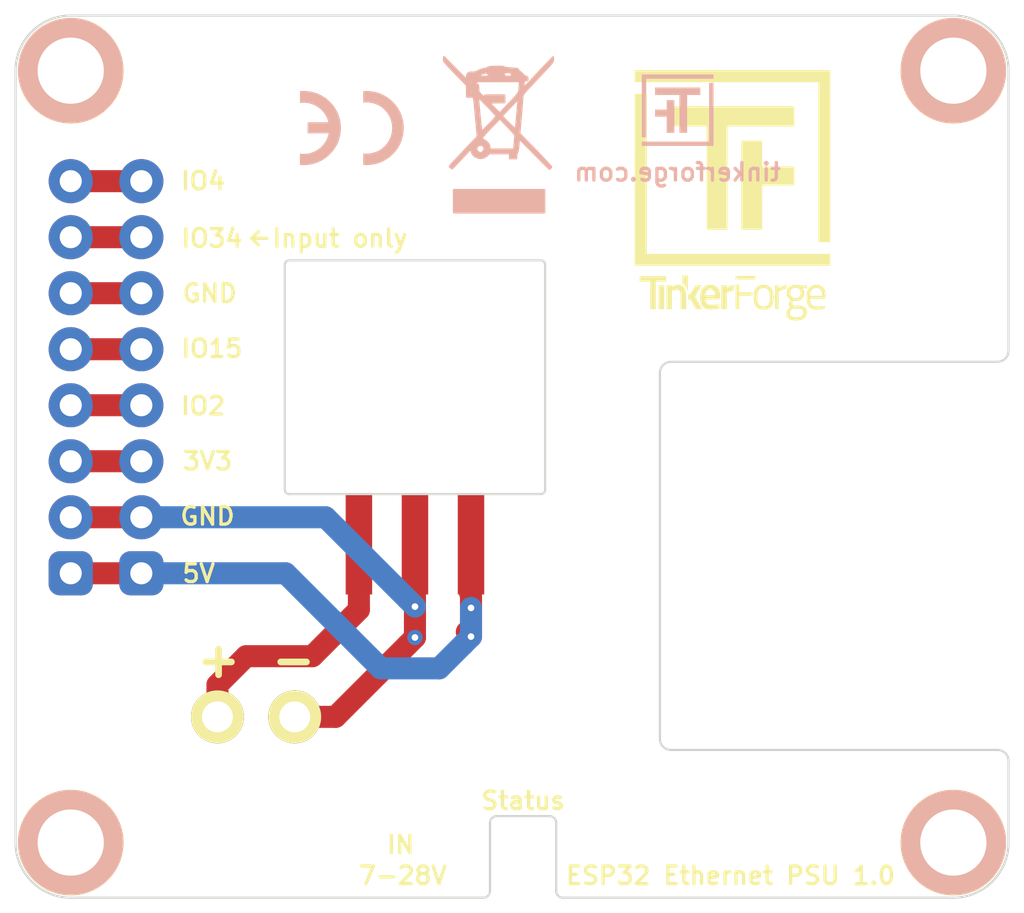
<source format=kicad_pcb>
(kicad_pcb (version 20171130) (host pcbnew "(5.1.4)-1")

  (general
    (thickness 1.6)
    (drawings 51)
    (tracks 36)
    (zones 0)
    (modules 12)
    (nets 10)
  )

  (page A4)
  (title_block
    (title "ESP32 Ethernet Brick")
    (date 2021-03-12)
    (rev 1.0)
    (company "Tinkerforge GmbH")
    (comment 1 "Licensed under CERN OHL v.1.1")
    (comment 2 "Copyright (©) 2021, B.Nordmeyer <bastian@tinkerforge.com>")
  )

  (layers
    (0 F.Cu signal)
    (1 GND power hide)
    (2 VCC power hide)
    (31 B.Cu signal)
    (32 B.Adhes user)
    (33 F.Adhes user)
    (34 B.Paste user)
    (35 F.Paste user)
    (36 B.SilkS user)
    (37 F.SilkS user)
    (38 B.Mask user)
    (39 F.Mask user)
    (40 Dwgs.User user)
    (41 Cmts.User user)
    (42 Eco1.User user)
    (43 Eco2.User user)
    (44 Edge.Cuts user)
    (45 Margin user)
    (46 B.CrtYd user)
    (47 F.CrtYd user)
    (48 B.Fab user)
    (49 F.Fab user)
  )

  (setup
    (last_trace_width 0.15)
    (user_trace_width 0.15)
    (user_trace_width 0.2)
    (user_trace_width 0.25)
    (user_trace_width 0.3)
    (user_trace_width 0.5)
    (user_trace_width 0.7)
    (user_trace_width 1)
    (trace_clearance 0.149)
    (zone_clearance 0)
    (zone_45_only no)
    (trace_min 0.15)
    (via_size 0.55)
    (via_drill 0.25)
    (via_min_size 0.5)
    (via_min_drill 0.25)
    (user_via 0.55 0.25)
    (user_via 0.7 0.3)
    (uvia_size 0.3)
    (uvia_drill 0.1)
    (uvias_allowed no)
    (uvia_min_size 0.2)
    (uvia_min_drill 0.1)
    (edge_width 0.09906)
    (segment_width 1)
    (pcb_text_width 0.3048)
    (pcb_text_size 1.524 2.032)
    (mod_edge_width 0.381)
    (mod_text_size 1.524 1.524)
    (mod_text_width 0.3048)
    (pad_size 2 2)
    (pad_drill 1)
    (pad_to_mask_clearance 0)
    (aux_axis_origin 113.8 123.65)
    (grid_origin 113.8 123.65)
    (visible_elements 7FFFFFFF)
    (pcbplotparams
      (layerselection 0x010fc_ffffffff)
      (usegerberextensions true)
      (usegerberattributes false)
      (usegerberadvancedattributes false)
      (creategerberjobfile false)
      (excludeedgelayer true)
      (linewidth 0.050000)
      (plotframeref false)
      (viasonmask false)
      (mode 1)
      (useauxorigin false)
      (hpglpennumber 1)
      (hpglpenspeed 20)
      (hpglpendiameter 15.000000)
      (psnegative false)
      (psa4output false)
      (plotreference false)
      (plotvalue false)
      (plotinvisibletext false)
      (padsonsilk false)
      (subtractmaskfromsilk true)
      (outputformat 1)
      (mirror false)
      (drillshape 0)
      (scaleselection 1)
      (outputdirectory "../../production/bricks/ESP32_Ethernet_1_2/best/"))
  )

  (net 0 "")
  (net 1 IN_7-28V)
  (net 2 "Net-(P1-Pad2)")
  (net 3 "Net-(P101-Pad5)")
  (net 4 "Net-(P101-Pad4)")
  (net 5 "Net-(P101-Pad3)")
  (net 6 OUT_5V)
  (net 7 "Net-(P101-Pad6)")
  (net 8 "Net-(P101-Pad7)")
  (net 9 "Net-(P101-Pad8)")

  (net_class Default "This is the default net class."
    (clearance 0.149)
    (trace_width 0.15)
    (via_dia 0.55)
    (via_drill 0.25)
    (uvia_dia 0.3)
    (uvia_drill 0.1)
    (add_net IN_7-28V)
    (add_net "Net-(P1-Pad2)")
    (add_net "Net-(P101-Pad3)")
    (add_net "Net-(P101-Pad4)")
    (add_net "Net-(P101-Pad5)")
    (add_net "Net-(P101-Pad6)")
    (add_net "Net-(P101-Pad7)")
    (add_net "Net-(P101-Pad8)")
    (add_net OUT_5V)
  )

  (module kicad-libraries:Logo_31x31 (layer B.Cu) (tedit 0) (tstamp 6141CCAB)
    (at 178.8 127.95 180)
    (fp_text reference G*** (at 0 -0.1 180) (layer B.SilkS) hide
      (effects (font (size 1.524 1.524) (thickness 0.3)) (justify mirror))
    )
    (fp_text value LOGO (at 0.75 0) (layer B.SilkS) hide
      (effects (font (size 1.524 1.524) (thickness 0.3)) (justify mirror))
    )
    (fp_poly (pts (xy 0.483809 0.030238) (xy 1.016 0.030238) (xy 1.016 -0.27819) (xy 0.483809 -0.27819)
      (xy 0.483809 -1.016) (xy 0.145142 -1.016) (xy 0.145142 0.459619) (xy 0.483809 0.459619)
      (xy 0.483809 0.030238)) (layer B.SilkS) (width 0.01))
    (fp_poly (pts (xy 1.016 0.701524) (xy -0.090715 0.701524) (xy -0.090715 -1.016) (xy -0.429381 -1.016)
      (xy -0.429381 0.701524) (xy -1.028096 0.701524) (xy -1.028096 1.034143) (xy 1.016 1.034143)
      (xy 1.016 0.701524)) (layer B.SilkS) (width 0.01))
    (fp_poly (pts (xy 1.614714 -1.221619) (xy 1.427238 -1.221619) (xy 1.427238 1.439334) (xy -1.62681 1.439334)
      (xy -1.62681 1.62681) (xy 1.614714 1.62681) (xy 1.614714 -1.221619)) (layer B.SilkS) (width 0.01))
    (fp_poly (pts (xy -1.433286 -1.42119) (xy 1.614714 -1.42119) (xy 1.614714 -1.608666) (xy -1.62681 -1.608666)
      (xy -1.62681 1.239762) (xy -1.433286 1.239762) (xy -1.433286 -1.42119)) (layer B.SilkS) (width 0.01))
  )

  (module kicad-libraries:Logo_TF_10x12 (layer F.Cu) (tedit 0) (tstamp 6141CAF6)
    (at 181.3 131.65)
    (fp_text reference G*** (at 0 0) (layer F.SilkS) hide
      (effects (font (size 1.524 1.524) (thickness 0.3)))
    )
    (fp_text value LOGO (at 0.75 0) (layer F.SilkS) hide
      (effects (font (size 1.524 1.524) (thickness 0.3)))
    )
    (fp_poly (pts (xy 1.330036 -1.149928) (xy 2.784763 -1.149928) (xy 2.784763 -0.300211) (xy 1.332345 -0.297873)
      (xy 1.330015 1.704109) (xy 0.397163 1.704109) (xy 0.397163 -2.322946) (xy 1.330036 -2.322946)
      (xy 1.330036 -1.149928)) (layer F.SilkS) (width 0.01))
    (fp_poly (pts (xy 2.784763 -2.974109) (xy -0.240146 -2.974109) (xy -0.240146 1.704109) (xy -1.173018 1.704109)
      (xy -1.173018 -2.974109) (xy -2.798618 -2.974109) (xy -2.798618 -3.879273) (xy 2.784763 -3.879273)
      (xy 2.784763 -2.974109)) (layer F.SilkS) (width 0.01))
    (fp_poly (pts (xy 4.4196 2.272145) (xy 3.888509 2.272145) (xy 3.888509 -4.983019) (xy -4.433455 -4.983019)
      (xy -4.433455 -5.514109) (xy 4.4196 -5.514109) (xy 4.4196 2.272145)) (layer F.SilkS) (width 0.01))
    (fp_poly (pts (xy -3.902364 2.807854) (xy 4.4196 2.807854) (xy 4.4196 3.338945) (xy -4.433455 3.338945)
      (xy -4.433455 -4.447309) (xy -3.902364 -4.447309) (xy -3.902364 2.807854)) (layer F.SilkS) (width 0.01))
    (fp_poly (pts (xy 1.020618 3.9624) (xy 0.133927 3.9624) (xy 0.133927 3.81) (xy 1.020618 3.81)
      (xy 1.020618 3.9624)) (layer F.SilkS) (width 0.01))
    (fp_poly (pts (xy -2.036618 4.144818) (xy -2.036648 4.201409) (xy -2.036732 4.255246) (xy -2.036866 4.305626)
      (xy -2.037047 4.351846) (xy -2.037269 4.393204) (xy -2.037528 4.428998) (xy -2.037819 4.458526)
      (xy -2.038139 4.481085) (xy -2.038481 4.495973) (xy -2.038843 4.502487) (xy -2.038928 4.502727)
      (xy -2.040743 4.4988) (xy -2.041265 4.492336) (xy -2.043002 4.479198) (xy -2.047708 4.459664)
      (xy -2.054702 4.435822) (xy -2.063305 4.409761) (xy -2.072835 4.383569) (xy -2.082614 4.359335)
      (xy -2.089652 4.3438) (xy -2.119636 4.29057) (xy -2.154611 4.244914) (xy -2.194968 4.206393)
      (xy -2.2411 4.174572) (xy -2.241564 4.174302) (xy -2.276451 4.154054) (xy -2.276607 3.970481)
      (xy -2.276764 3.786909) (xy -2.036618 3.786909) (xy -2.036618 4.144818)) (layer F.SilkS) (width 0.01))
    (fp_poly (pts (xy 2.4384 4.376188) (xy 2.409536 4.382089) (xy 2.377172 4.390188) (xy 2.338862 4.402208)
      (xy 2.296596 4.417347) (xy 2.252367 4.434804) (xy 2.208166 4.453777) (xy 2.165985 4.473465)
      (xy 2.127816 4.493068) (xy 2.112818 4.501452) (xy 2.080491 4.520081) (xy 2.07931 4.913186)
      (xy 2.07813 5.306291) (xy 1.921163 5.306291) (xy 1.921163 4.230254) (xy 2.078182 4.230254)
      (xy 2.078182 4.301836) (xy 2.078277 4.326368) (xy 2.078542 4.347276) (xy 2.078941 4.362992)
      (xy 2.07944 4.371944) (xy 2.079758 4.373418) (xy 2.084022 4.371034) (xy 2.094261 4.364607)
      (xy 2.108771 4.35522) (xy 2.120167 4.347726) (xy 2.150325 4.329122) (xy 2.18543 4.309698)
      (xy 2.223804 4.290198) (xy 2.263768 4.271367) (xy 2.303643 4.253948) (xy 2.341749 4.238686)
      (xy 2.376408 4.226325) (xy 2.405941 4.21761) (xy 2.421082 4.214339) (xy 2.4384 4.211363)
      (xy 2.4384 4.376188)) (layer F.SilkS) (width 0.01))
    (fp_poly (pts (xy 0.295563 4.548841) (xy 0.592282 4.550029) (xy 0.889 4.551218) (xy 0.890271 4.62392)
      (xy 0.891543 4.696623) (xy 0.594708 4.697811) (xy 0.297872 4.699) (xy 0.296685 5.002645)
      (xy 0.295497 5.306291) (xy 0.133927 5.306291) (xy 0.133927 4.202545) (xy 0.295563 4.202545)
      (xy 0.295563 4.548841)) (layer F.SilkS) (width 0.01))
    (fp_poly (pts (xy 0.039051 4.216253) (xy 0.039762 4.228719) (xy 0.040286 4.248072) (xy 0.0406 4.27314)
      (xy 0.040685 4.30275) (xy 0.040519 4.335727) (xy 0.040482 4.339749) (xy 0.039254 4.467716)
      (xy 0.013854 4.473021) (xy -0.02398 4.481878) (xy -0.065604 4.493255) (xy -0.108777 4.506411)
      (xy -0.151257 4.520606) (xy -0.190803 4.535101) (xy -0.225173 4.549154) (xy -0.245918 4.558815)
      (xy -0.272473 4.572133) (xy -0.272473 5.306291) (xy -0.512618 5.306291) (xy -0.512618 4.234872)
      (xy -0.272749 4.234872) (xy -0.271456 4.292609) (xy -0.270164 4.350346) (xy -0.244099 4.331846)
      (xy -0.223052 4.318272) (xy -0.195658 4.302618) (xy -0.164217 4.286051) (xy -0.131026 4.269744)
      (xy -0.098383 4.254865) (xy -0.069273 4.242848) (xy -0.047665 4.235031) (xy -0.024315 4.227411)
      (xy -0.001523 4.22065) (xy 0.018417 4.215411) (xy 0.033207 4.212356) (xy 0.038173 4.21185)
      (xy 0.039051 4.216253)) (layer F.SilkS) (width 0.01))
    (fp_poly (pts (xy -1.451468 4.235682) (xy -1.430269 4.235878) (xy -1.415698 4.236205) (xy -1.4089 4.236658)
      (xy -1.408546 4.236805) (xy -1.41099 4.242093) (xy -1.418142 4.254704) (xy -1.42973 4.274181)
      (xy -1.445485 4.300067) (xy -1.460189 4.323925) (xy -1.469953 4.339911) (xy -1.477536 4.352729)
      (xy -1.481848 4.360513) (xy -1.482437 4.361936) (xy -1.484734 4.366596) (xy -1.490725 4.376709)
      (xy -1.498226 4.388684) (xy -1.50837 4.40485) (xy -1.517911 4.420556) (xy -1.522943 4.429183)
      (xy -1.530459 4.44216) (xy -1.541768 4.461251) (xy -1.555818 4.484708) (xy -1.571561 4.510779)
      (xy -1.587947 4.537714) (xy -1.59338 4.5466) (xy -1.613979 4.580455) (xy -1.633764 4.613386)
      (xy -1.652175 4.644424) (xy -1.668653 4.672603) (xy -1.682636 4.696956) (xy -1.693567 4.716515)
      (xy -1.700885 4.730315) (xy -1.70403 4.737389) (xy -1.704109 4.737877) (xy -1.701943 4.743826)
      (xy -1.695949 4.756319) (xy -1.686882 4.773882) (xy -1.675499 4.795039) (xy -1.666321 4.811618)
      (xy -1.638049 4.862211) (xy -1.614108 4.905271) (xy -1.594235 4.941277) (xy -1.578164 4.970707)
      (xy -1.567811 4.989945) (xy -1.556772 5.010436) (xy -1.54186 5.037814) (xy -1.523718 5.070908)
      (xy -1.502991 5.10855) (xy -1.480324 5.14957) (xy -1.456362 5.192798) (xy -1.431749 5.237066)
      (xy -1.415042 5.267036) (xy -1.406403 5.282598) (xy -1.39959 5.295026) (xy -1.395798 5.302133)
      (xy -1.395461 5.302827) (xy -1.399489 5.303703) (xy -1.411628 5.304497) (xy -1.430756 5.305181)
      (xy -1.455747 5.305726) (xy -1.485479 5.306102) (xy -1.518825 5.30628) (xy -1.529432 5.306291)
      (xy -1.56858 5.306253) (xy -1.599503 5.3061) (xy -1.623215 5.305776) (xy -1.640726 5.30522)
      (xy -1.653048 5.304375) (xy -1.661194 5.303184) (xy -1.666174 5.301586) (xy -1.669003 5.299526)
      (xy -1.669985 5.298209) (xy -1.674604 5.290491) (xy -1.683377 5.275521) (xy -1.695864 5.25406)
      (xy -1.711627 5.226869) (xy -1.730225 5.19471) (xy -1.751219 5.158344) (xy -1.774171 5.118532)
      (xy -1.798639 5.076035) (xy -1.824186 5.031614) (xy -1.850371 4.98603) (xy -1.875732 4.94183)
      (xy -1.888989 4.918782) (xy -1.900649 4.898643) (xy -1.909945 4.882729) (xy -1.916107 4.872357)
      (xy -1.918329 4.868859) (xy -1.92323 4.868895) (xy -1.934893 4.870253) (xy -1.950999 4.872561)
      (xy -1.96923 4.875451) (xy -1.987266 4.878551) (xy -2.00279 4.881491) (xy -2.013483 4.883903)
      (xy -2.014682 4.884242) (xy -2.017176 4.884459) (xy -2.019098 4.882746) (xy -2.020522 4.878069)
      (xy -2.021523 4.869396) (xy -2.022174 4.855694) (xy -2.022548 4.83593) (xy -2.02272 4.809071)
      (xy -2.022764 4.774085) (xy -2.022764 4.771165) (xy -2.02263 4.739456) (xy -2.022255 4.710902)
      (xy -2.021675 4.686771) (xy -2.020928 4.66833) (xy -2.020051 4.656846) (xy -2.019283 4.653521)
      (xy -2.013473 4.652024) (xy -2.000658 4.649739) (xy -1.982998 4.64703) (xy -1.970619 4.645306)
      (xy -1.925436 4.639242) (xy -1.885671 4.574448) (xy -1.870185 4.549282) (xy -1.854395 4.523735)
      (xy -1.839796 4.500222) (xy -1.827885 4.481156) (xy -1.82402 4.475018) (xy -1.813334 4.457947)
      (xy -1.7995 4.43562) (xy -1.784151 4.410681) (xy -1.768919 4.385776) (xy -1.765822 4.380688)
      (xy -1.750316 4.355216) (xy -1.733878 4.328239) (xy -1.718324 4.302738) (xy -1.705473 4.281698)
      (xy -1.703878 4.279088) (xy -1.678246 4.237181) (xy -1.543396 4.235957) (xy -1.509176 4.235714)
      (xy -1.478151 4.235625) (xy -1.451468 4.235682)) (layer F.SilkS) (width 0.01))
    (fp_poly (pts (xy -2.403779 4.216113) (xy -2.355871 4.225914) (xy -2.313434 4.241095) (xy -2.306782 4.244255)
      (xy -2.266917 4.267769) (xy -2.232937 4.296314) (xy -2.203865 4.330976) (xy -2.178724 4.372841)
      (xy -2.165397 4.401222) (xy -2.153362 4.434137) (xy -2.142298 4.474057) (xy -2.132682 4.518766)
      (xy -2.124992 4.566045) (xy -2.119713 4.613563) (xy -2.118957 4.627264) (xy -2.118239 4.649284)
      (xy -2.117571 4.678707) (xy -2.116963 4.714617) (xy -2.116427 4.756096) (xy -2.115974 4.802229)
      (xy -2.115615 4.852098) (xy -2.115361 4.904787) (xy -2.115223 4.959379) (xy -2.115201 4.986481)
      (xy -2.115128 5.306291) (xy -2.355273 5.306291) (xy -2.355273 4.986131) (xy -2.35531 4.918577)
      (xy -2.355441 4.85952) (xy -2.355696 4.808218) (xy -2.356106 4.763932) (xy -2.356702 4.725922)
      (xy -2.357514 4.693448) (xy -2.358573 4.665769) (xy -2.359909 4.642145) (xy -2.361552 4.621837)
      (xy -2.363533 4.604103) (xy -2.365883 4.588205) (xy -2.368632 4.573402) (xy -2.371811 4.558953)
      (xy -2.373108 4.553527) (xy -2.3858 4.518062) (xy -2.4051 4.486641) (xy -2.429806 4.460824)
      (xy -2.458716 4.442173) (xy -2.458914 4.442079) (xy -2.483172 4.433233) (xy -2.51023 4.428725)
      (xy -2.541326 4.428575) (xy -2.577691 4.432801) (xy -2.620563 4.441423) (xy -2.634827 4.444858)
      (xy -2.660849 4.451605) (xy -2.68629 4.458702) (xy -2.70851 4.465378) (xy -2.724866 4.470866)
      (xy -2.727037 4.471689) (xy -2.754746 4.482499) (xy -2.755925 4.894395) (xy -2.757105 5.306291)
      (xy -2.9972 5.306291) (xy -2.9972 4.234872) (xy -2.757055 4.234872) (xy -2.757055 4.259503)
      (xy -2.756588 4.273786) (xy -2.755389 4.283922) (xy -2.75436 4.286828) (xy -2.749045 4.286498)
      (xy -2.739356 4.282251) (xy -2.737041 4.280945) (xy -2.721402 4.273163) (xy -2.699031 4.263856)
      (xy -2.672146 4.253785) (xy -2.642963 4.243714) (xy -2.613699 4.234404) (xy -2.586572 4.226618)
      (xy -2.563798 4.221116) (xy -2.561773 4.220706) (xy -2.508586 4.213338) (xy -2.455303 4.211864)
      (xy -2.403779 4.216113)) (layer F.SilkS) (width 0.01))
    (fp_poly (pts (xy -3.112655 5.306291) (xy -3.3528 5.306291) (xy -3.3528 4.234872) (xy -3.112655 4.234872)
      (xy -3.112655 5.306291)) (layer F.SilkS) (width 0.01))
    (fp_poly (pts (xy -3.020291 4.054763) (xy -3.486552 4.054763) (xy -3.489068 4.065154) (xy -3.489364 4.070962)
      (xy -3.489632 4.085458) (xy -3.48987 4.108095) (xy -3.490076 4.138325) (xy -3.490251 4.1756)
      (xy -3.490393 4.219374) (xy -3.490501 4.269097) (xy -3.490573 4.324222) (xy -3.490609 4.384201)
      (xy -3.490608 4.448487) (xy -3.490568 4.516533) (xy -3.490489 4.587789) (xy -3.490368 4.661709)
      (xy -3.490311 4.690918) (xy -3.489037 5.306291) (xy -3.731458 5.306291) (xy -3.732629 4.681681)
      (xy -3.7338 4.057072) (xy -4.211782 4.05468) (xy -4.211782 3.819236) (xy -3.020291 3.819236)
      (xy -3.020291 4.054763)) (layer F.SilkS) (width 0.01))
    (fp_poly (pts (xy 3.815993 4.212061) (xy 3.862811 4.215306) (xy 3.905976 4.22178) (xy 3.941618 4.231008)
      (xy 3.994968 4.252811) (xy 4.042105 4.280671) (xy 4.083169 4.314802) (xy 4.118301 4.355414)
      (xy 4.147642 4.402721) (xy 4.171333 4.456934) (xy 4.189514 4.518267) (xy 4.202326 4.586931)
      (xy 4.207526 4.632077) (xy 4.210174 4.667881) (xy 4.210903 4.699563) (xy 4.209728 4.732037)
      (xy 4.207874 4.756768) (xy 4.205893 4.780397) (xy 4.204246 4.801173) (xy 4.203081 4.817123)
      (xy 4.202549 4.82627) (xy 4.202532 4.827154) (xy 4.202138 4.828667) (xy 4.200545 4.829978)
      (xy 4.19714 4.831104) (xy 4.191312 4.832056) (xy 4.182449 4.832851) (xy 4.169939 4.833501)
      (xy 4.153172 4.834023) (xy 4.131536 4.834428) (xy 4.104418 4.834733) (xy 4.071208 4.83495)
      (xy 4.031293 4.835095) (xy 3.984063 4.835181) (xy 3.928905 4.835224) (xy 3.865209 4.835236)
      (xy 3.508557 4.835236) (xy 3.511781 4.883353) (xy 3.518922 4.946756) (xy 3.531353 5.002605)
      (xy 3.549085 5.050926) (xy 3.572128 5.091744) (xy 3.600495 5.125085) (xy 3.627754 5.146876)
      (xy 3.647334 5.158978) (xy 3.666758 5.168792) (xy 3.687164 5.176481) (xy 3.709694 5.18221)
      (xy 3.735485 5.186142) (xy 3.765678 5.188441) (xy 3.801414 5.18927) (xy 3.84383 5.188794)
      (xy 3.894068 5.187176) (xy 3.905113 5.186731) (xy 3.942751 5.185078) (xy 3.981583 5.183196)
      (xy 4.019367 5.181207) (xy 4.053861 5.179231) (xy 4.082822 5.177391) (xy 4.097595 5.176326)
      (xy 4.121655 5.174592) (xy 4.142249 5.17335) (xy 4.15772 5.172679) (xy 4.166408 5.172662)
      (xy 4.167671 5.172895) (xy 4.168443 5.177945) (xy 4.169243 5.190444) (xy 4.169985 5.208607)
      (xy 4.170581 5.230647) (xy 4.170663 5.234743) (xy 4.17181 5.294745) (xy 4.132914 5.300381)
      (xy 4.088059 5.306346) (xy 4.040189 5.311756) (xy 3.990583 5.316539) (xy 3.94052 5.320623)
      (xy 3.891282 5.323936) (xy 3.844146 5.326407) (xy 3.800394 5.327963) (xy 3.761305 5.328532)
      (xy 3.728159 5.328043) (xy 3.702235 5.326423) (xy 3.692236 5.325143) (xy 3.632833 5.311991)
      (xy 3.57935 5.292721) (xy 3.531696 5.267179) (xy 3.489779 5.235208) (xy 3.453507 5.196652)
      (xy 3.42279 5.151355) (xy 3.397535 5.099162) (xy 3.377652 5.039916) (xy 3.36305 4.973462)
      (xy 3.353636 4.899643) (xy 3.349319 4.818304) (xy 3.349659 4.740563) (xy 3.351041 4.710545)
      (xy 3.504634 4.710545) (xy 4.055186 4.710545) (xy 4.052232 4.663209) (xy 4.045639 4.5979)
      (xy 4.03442 4.5405) (xy 4.018441 4.490847) (xy 3.997568 4.448779) (xy 3.971668 4.414133)
      (xy 3.940605 4.386747) (xy 3.904245 4.36646) (xy 3.862455 4.353109) (xy 3.815101 4.346533)
      (xy 3.789402 4.345734) (xy 3.762584 4.346237) (xy 3.740792 4.348144) (xy 3.720532 4.352106)
      (xy 3.69831 4.358773) (xy 3.675725 4.36688) (xy 3.637429 4.386028) (xy 3.603666 4.412945)
      (xy 3.574683 4.447218) (xy 3.55073 4.488434) (xy 3.532052 4.536179) (xy 3.5189 4.59004)
      (xy 3.512369 4.638963) (xy 3.510501 4.658861) (xy 3.508515 4.67821) (xy 3.507068 4.690918)
      (xy 3.504634 4.710545) (xy 3.351041 4.710545) (xy 3.35241 4.680848) (xy 3.357281 4.628371)
      (xy 3.364547 4.581321) (xy 3.374481 4.537884) (xy 3.385918 4.500418) (xy 3.41034 4.439425)
      (xy 3.43947 4.386195) (xy 3.473679 4.340337) (xy 3.51334 4.301459) (xy 3.558826 4.269167)
      (xy 3.610508 4.243069) (xy 3.641436 4.231308) (xy 3.678243 4.221667) (xy 3.721246 4.215243)
      (xy 3.767984 4.212041) (xy 3.815993 4.212061)) (layer F.SilkS) (width 0.01))
    (fp_poly (pts (xy 1.469163 4.214863) (xy 1.532286 4.224051) (xy 1.588966 4.239558) (xy 1.639494 4.261541)
      (xy 1.684157 4.290158) (xy 1.723245 4.325568) (xy 1.757047 4.367929) (xy 1.785851 4.417399)
      (xy 1.789738 4.425399) (xy 1.809552 4.475114) (xy 1.825551 4.531862) (xy 1.837672 4.594236)
      (xy 1.845855 4.660831) (xy 1.850036 4.730239) (xy 1.850153 4.801055) (xy 1.846146 4.871872)
      (xy 1.83795 4.941283) (xy 1.825505 5.007882) (xy 1.816975 5.042258) (xy 1.796906 5.101603)
      (xy 1.770861 5.15399) (xy 1.738793 5.199453) (xy 1.700654 5.238023) (xy 1.656396 5.269732)
      (xy 1.605972 5.294614) (xy 1.549335 5.312701) (xy 1.486437 5.324025) (xy 1.417231 5.328618)
      (xy 1.397 5.328704) (xy 1.371299 5.32822) (xy 1.346083 5.327272) (xy 1.3243 5.325998)
      (xy 1.309254 5.324583) (xy 1.249724 5.313704) (xy 1.196064 5.297282) (xy 1.14814 5.275089)
      (xy 1.105814 5.246897) (xy 1.068949 5.212476) (xy 1.03741 5.1716) (xy 1.011059 5.12404)
      (xy 0.98976 5.069567) (xy 0.973376 5.007954) (xy 0.961772 4.938971) (xy 0.954809 4.862392)
      (xy 0.952352 4.777988) (xy 0.952407 4.772564) (xy 1.114978 4.772564) (xy 1.115531 4.815509)
      (xy 1.116874 4.856409) (xy 1.119008 4.893391) (xy 1.121932 4.924578) (xy 1.123969 4.939145)
      (xy 1.136109 4.996401) (xy 1.152506 5.045638) (xy 1.173392 5.087152) (xy 1.198998 5.121235)
      (xy 1.229555 5.148184) (xy 1.265292 5.16829) (xy 1.306443 5.18185) (xy 1.316182 5.183971)
      (xy 1.341568 5.187526) (xy 1.372511 5.189572) (xy 1.405895 5.190109) (xy 1.438603 5.189136)
      (xy 1.46752 5.186654) (xy 1.483982 5.183988) (xy 1.522083 5.173216) (xy 1.554555 5.157644)
      (xy 1.584408 5.135742) (xy 1.591585 5.129312) (xy 1.61616 5.102461) (xy 1.636333 5.071024)
      (xy 1.652738 5.033715) (xy 1.66601 4.989246) (xy 1.670584 4.969163) (xy 1.674118 4.951972)
      (xy 1.676899 4.936786) (xy 1.679019 4.92216) (xy 1.680572 4.906649) (xy 1.681649 4.888808)
      (xy 1.682345 4.867192) (xy 1.682751 4.840356) (xy 1.682961 4.806855) (xy 1.683048 4.7752)
      (xy 1.683051 4.733796) (xy 1.682833 4.700325) (xy 1.682333 4.673482) (xy 1.681491 4.651964)
      (xy 1.680249 4.634468) (xy 1.678545 4.619691) (xy 1.676321 4.606329) (xy 1.674981 4.599709)
      (xy 1.662858 4.55015) (xy 1.649008 4.508438) (xy 1.632815 4.473249) (xy 1.613666 4.44326)
      (xy 1.590943 4.417149) (xy 1.58934 4.415566) (xy 1.557959 4.39005) (xy 1.522354 4.371132)
      (xy 1.481759 4.358578) (xy 1.435407 4.352151) (xy 1.382532 4.351617) (xy 1.381413 4.351664)
      (xy 1.329367 4.356722) (xy 1.28401 4.367358) (xy 1.244916 4.383973) (xy 1.211656 4.406968)
      (xy 1.183805 4.436743) (xy 1.160933 4.473697) (xy 1.142615 4.518232) (xy 1.128423 4.570748)
      (xy 1.124041 4.592781) (xy 1.120652 4.617831) (xy 1.118051 4.650208) (xy 1.116238 4.688039)
      (xy 1.115213 4.729449) (xy 1.114978 4.772564) (xy 0.952407 4.772564) (xy 0.952852 4.729018)
      (xy 0.953903 4.694187) (xy 0.955416 4.660142) (xy 0.95727 4.628861) (xy 0.959342 4.602322)
      (xy 0.961512 4.582504) (xy 0.962103 4.578537) (xy 0.976458 4.509884) (xy 0.996136 4.448712)
      (xy 1.021296 4.394885) (xy 1.052099 4.348271) (xy 1.088704 4.308736) (xy 1.13127 4.276145)
      (xy 1.179958 4.250365) (xy 1.234926 4.231262) (xy 1.296334 4.218702) (xy 1.364343 4.212551)
      (xy 1.399309 4.211836) (xy 1.469163 4.214863)) (layer F.SilkS) (width 0.01))
    (fp_poly (pts (xy -0.993558 4.213079) (xy -0.950311 4.215173) (xy -0.914074 4.218524) (xy -0.882652 4.223641)
      (xy -0.853847 4.231034) (xy -0.825465 4.241208) (xy -0.79531 4.254675) (xy -0.778944 4.262769)
      (xy -0.733314 4.290983) (xy -0.69315 4.326537) (xy -0.658552 4.369252) (xy -0.629623 4.418949)
      (xy -0.606464 4.475449) (xy -0.589176 4.538572) (xy -0.57786 4.608139) (xy -0.576602 4.619947)
      (xy -0.574515 4.643445) (xy -0.573401 4.664002) (xy -0.573297 4.684133) (xy -0.574244 4.706356)
      (xy -0.576278 4.733186) (xy -0.578751 4.760034) (xy -0.581321 4.787492) (xy -0.583533 4.812536)
      (xy -0.585241 4.833395) (xy -0.586299 4.848299) (xy -0.586579 4.854863) (xy -0.586509 4.867563)
      (xy -1.229762 4.867563) (xy -1.226695 4.907972) (xy -1.222049 4.948007) (xy -1.214519 4.980902)
      (xy -1.20365 5.008427) (xy -1.198517 5.017902) (xy -1.17558 5.050741) (xy -1.148952 5.076247)
      (xy -1.116946 5.09575) (xy -1.082995 5.109002) (xy -1.071618 5.112395) (xy -1.060813 5.11493)
      (xy -1.049033 5.116714) (xy -1.034727 5.117859) (xy -1.016346 5.118472) (xy -0.99234 5.118663)
      (xy -0.96116 5.118542) (xy -0.949037 5.118453) (xy -0.910961 5.117798) (xy -0.868227 5.116479)
      (xy -0.82444 5.114643) (xy -0.783206 5.112438) (xy -0.752764 5.110379) (xy -0.722383 5.108136)
      (xy -0.693535 5.106173) (xy -0.668084 5.104604) (xy -0.647893 5.103543) (xy -0.634825 5.103104)
      (xy -0.633846 5.103098) (xy -0.6096 5.103091) (xy -0.6096 5.193145) (xy -0.609646 5.224101)
      (xy -0.609859 5.247022) (xy -0.610359 5.263111) (xy -0.611262 5.273569) (xy -0.612686 5.279599)
      (xy -0.614748 5.282402) (xy -0.617564 5.283181) (xy -0.61839 5.2832) (xy -0.626523 5.284095)
      (xy -0.641259 5.286505) (xy -0.660171 5.290012) (xy -0.672654 5.292499) (xy -0.735191 5.304492)
      (xy -0.792084 5.313556) (xy -0.846326 5.320029) (xy -0.900915 5.324246) (xy -0.958843 5.326544)
      (xy -0.979055 5.326936) (xy -1.010777 5.327322) (xy -1.040258 5.327506) (xy -1.065958 5.32749)
      (xy -1.086335 5.327281) (xy -1.099849 5.326881) (xy -1.103746 5.326589) (xy -1.136074 5.320994)
      (xy -1.171532 5.312153) (xy -1.207437 5.300951) (xy -1.241106 5.288276) (xy -1.269854 5.275013)
      (xy -1.283505 5.267217) (xy -1.327806 5.233773) (xy -1.366054 5.19341) (xy -1.398268 5.1461)
      (xy -1.424465 5.091814) (xy -1.444663 5.030526) (xy -1.452686 4.996434) (xy -1.462628 4.936534)
      (xy -1.469134 4.871105) (xy -1.472021 4.803263) (xy -1.471106 4.736123) (xy -1.469552 4.708997)
      (xy -1.465533 4.671067) (xy -1.233055 4.671067) (xy -1.233055 4.687547) (xy -0.810491 4.685145)
      (xy -0.812159 4.643581) (xy -0.815329 4.608512) (xy -0.821678 4.572987) (xy -0.830558 4.539494)
      (xy -0.841323 4.51052) (xy -0.85192 4.49062) (xy -0.877628 4.459865) (xy -0.909507 4.43547)
      (xy -0.932878 4.423599) (xy -0.944871 4.419067) (xy -0.956721 4.416008) (xy -0.970685 4.41414)
      (xy -0.989019 4.413177) (xy -1.013982 4.412837) (xy -1.018549 4.412822) (xy -1.078825 4.412672)
      (xy -1.114075 4.430094) (xy -1.148158 4.451076) (xy -1.175512 4.477485) (xy -1.197551 4.510733)
      (xy -1.200578 4.516581) (xy -1.210014 4.539946) (xy -1.218604 4.569539) (xy -1.225718 4.602356)
      (xy -1.230722 4.635393) (xy -1.232986 4.665644) (xy -1.233055 4.671067) (xy -1.465533 4.671067)
      (xy -1.461254 4.630693) (xy -1.447981 4.559857) (xy -1.42957 4.496075) (xy -1.405859 4.438931)
      (xy -1.376683 4.38801) (xy -1.34188 4.342896) (xy -1.315014 4.315414) (xy -1.274363 4.282053)
      (xy -1.231007 4.255573) (xy -1.184029 4.235681) (xy -1.132515 4.222088) (xy -1.075549 4.214501)
      (xy -1.012217 4.21263) (xy -0.993558 4.213079)) (layer F.SilkS) (width 0.01))
    (fp_poly (pts (xy 2.875744 4.214741) (xy 2.901713 4.215197) (xy 2.922347 4.216147) (xy 2.939596 4.217748)
      (xy 2.95541 4.220156) (xy 2.971738 4.223526) (xy 2.981036 4.2257) (xy 2.99557 4.229064)
      (xy 3.008627 4.231654) (xy 3.021677 4.233556) (xy 3.036193 4.234858) (xy 3.053647 4.235647)
      (xy 3.075512 4.236012) (xy 3.103259 4.236039) (xy 3.138361 4.235816) (xy 3.1496 4.235722)
      (xy 3.185253 4.235323) (xy 3.220504 4.234764) (xy 3.253487 4.234085) (xy 3.282334 4.23333)
      (xy 3.305177 4.232539) (xy 3.317009 4.231962) (xy 3.362036 4.229258) (xy 3.362036 4.364181)
      (xy 3.265054 4.364181) (xy 3.236252 4.364288) (xy 3.210851 4.364587) (xy 3.190201 4.365046)
      (xy 3.175652 4.36563) (xy 3.168551 4.366308) (xy 3.168072 4.366543) (xy 3.170487 4.371251)
      (xy 3.176836 4.381397) (xy 3.185773 4.394835) (xy 3.186302 4.39561) (xy 3.206973 4.43038)
      (xy 3.221865 4.466432) (xy 3.231496 4.505694) (xy 3.236388 4.550096) (xy 3.237273 4.584457)
      (xy 3.234105 4.643863) (xy 3.224608 4.697477) (xy 3.208544 4.746451) (xy 3.199758 4.765963)
      (xy 3.177334 4.803259) (xy 3.148586 4.837661) (xy 3.115513 4.867149) (xy 3.080111 4.8897)
      (xy 3.075187 4.892139) (xy 3.020884 4.91355) (xy 2.960962 4.928915) (xy 2.897016 4.937959)
      (xy 2.830635 4.940409) (xy 2.800927 4.939319) (xy 2.779611 4.937911) (xy 2.761308 4.936442)
      (xy 2.748237 4.935106) (xy 2.743054 4.934267) (xy 2.739531 4.934095) (xy 2.736151 4.93654)
      (xy 2.732355 4.942786) (xy 2.727586 4.954016) (xy 2.721285 4.971414) (xy 2.712893 4.996163)
      (xy 2.710595 5.003061) (xy 2.700496 5.041199) (xy 2.697193 5.074202) (xy 2.700716 5.101626)
      (xy 2.703559 5.109807) (xy 2.708645 5.119733) (xy 2.715444 5.128076) (xy 2.724778 5.135005)
      (xy 2.737466 5.140688) (xy 2.754328 5.145295) (xy 2.776185 5.148994) (xy 2.803857 5.151954)
      (xy 2.838164 5.154345) (xy 2.879925 5.156334) (xy 2.929961 5.158092) (xy 2.939472 5.158383)
      (xy 2.987998 5.159996) (xy 3.028609 5.161735) (xy 3.062628 5.16374) (xy 3.091378 5.16615)
      (xy 3.11618 5.169105) (xy 3.138357 5.172744) (xy 3.159232 5.177205) (xy 3.180126 5.182629)
      (xy 3.186304 5.18438) (xy 3.231131 5.201463) (xy 3.269291 5.224924) (xy 3.300686 5.254655)
      (xy 3.325219 5.29055) (xy 3.342791 5.332502) (xy 3.350566 5.363655) (xy 3.354092 5.38929)
      (xy 3.356275 5.420438) (xy 3.35711 5.454262) (xy 3.356594 5.487924) (xy 3.354722 5.518589)
      (xy 3.35149 5.543419) (xy 3.350832 5.546728) (xy 3.335413 5.598713) (xy 3.312364 5.645613)
      (xy 3.281843 5.687306) (xy 3.244009 5.72367) (xy 3.19902 5.754584) (xy 3.147036 5.779926)
      (xy 3.088215 5.799574) (xy 3.022717 5.813407) (xy 2.998403 5.816833) (xy 2.958766 5.820425)
      (xy 2.913173 5.822366) (xy 2.864756 5.822662) (xy 2.816645 5.821314) (xy 2.771972 5.818326)
      (xy 2.754745 5.816556) (xy 2.690253 5.805848) (xy 2.632784 5.789534) (xy 2.582436 5.767683)
      (xy 2.539306 5.74036) (xy 2.503492 5.707632) (xy 2.475092 5.669566) (xy 2.454202 5.62623)
      (xy 2.447415 5.605512) (xy 2.441088 5.576712) (xy 2.436797 5.54349) (xy 2.434659 5.508714)
      (xy 2.434793 5.475255) (xy 2.435605 5.465836) (xy 2.59186 5.465836) (xy 2.592502 5.50229)
      (xy 2.597135 5.530272) (xy 2.608178 5.565974) (xy 2.624949 5.59637) (xy 2.647948 5.621823)
      (xy 2.677675 5.642692) (xy 2.714631 5.659338) (xy 2.759315 5.672121) (xy 2.805545 5.680479)
      (xy 2.82374 5.682096) (xy 2.848418 5.682938) (xy 2.877226 5.683061) (xy 2.90781 5.682524)
      (xy 2.937816 5.681383) (xy 2.96489 5.679697) (xy 2.986677 5.677522) (xy 2.9972 5.675808)
      (xy 3.049526 5.661636) (xy 3.093877 5.642892) (xy 3.130338 5.619512) (xy 3.158993 5.591433)
      (xy 3.179929 5.558591) (xy 3.190046 5.532701) (xy 3.194224 5.512466) (xy 3.196748 5.486687)
      (xy 3.197568 5.45864) (xy 3.196634 5.431605) (xy 3.193896 5.408859) (xy 3.192061 5.400892)
      (xy 3.180271 5.372702) (xy 3.162723 5.347829) (xy 3.141372 5.328933) (xy 3.13727 5.326369)
      (xy 3.123471 5.31884) (xy 3.109468 5.312631) (xy 3.094154 5.307582) (xy 3.076421 5.303529)
      (xy 3.05516 5.300309) (xy 3.029264 5.29776) (xy 2.997625 5.295721) (xy 2.959134 5.294028)
      (xy 2.912683 5.292519) (xy 2.904836 5.292295) (xy 2.867876 5.291189) (xy 2.832853 5.290018)
      (xy 2.801118 5.288836) (xy 2.77402 5.287698) (xy 2.752909 5.286659) (xy 2.739136 5.285774)
      (xy 2.735957 5.285471) (xy 2.71255 5.282745) (xy 2.670559 5.322273) (xy 2.646207 5.346249)
      (xy 2.62813 5.366893) (xy 2.615017 5.386144) (xy 2.605559 5.40594) (xy 2.598445 5.428221)
      (xy 2.598108 5.429511) (xy 2.59186 5.465836) (xy 2.435605 5.465836) (xy 2.437319 5.445984)
      (xy 2.440193 5.430981) (xy 2.453603 5.391216) (xy 2.473493 5.353453) (xy 2.500553 5.316726)
      (xy 2.535472 5.280068) (xy 2.568641 5.250872) (xy 2.605004 5.220854) (xy 2.594081 5.211618)
      (xy 2.576472 5.191649) (xy 2.561831 5.165127) (xy 2.551134 5.134514) (xy 2.545357 5.102275)
      (xy 2.544618 5.086701) (xy 2.545422 5.070594) (xy 2.548314 5.054835) (xy 2.554011 5.036598)
      (xy 2.563233 5.013058) (xy 2.563498 5.012418) (xy 2.573821 4.988653) (xy 2.585486 4.96358)
      (xy 2.596584 4.94124) (xy 2.600925 4.933085) (xy 2.609207 4.91752) (xy 2.615161 4.905381)
      (xy 2.617845 4.898631) (xy 2.617836 4.897903) (xy 2.613 4.894934) (xy 2.604252 4.890109)
      (xy 2.570634 4.867478) (xy 2.539033 4.837206) (xy 2.510583 4.800847) (xy 2.486421 4.759954)
      (xy 2.467683 4.716082) (xy 2.460822 4.693955) (xy 2.455725 4.668256) (xy 2.4522 4.636251)
      (xy 2.450278 4.600583) (xy 2.4502 4.590508) (xy 2.607811 4.590508) (xy 2.60972 4.623468)
      (xy 2.613858 4.651988) (xy 2.615555 4.659259) (xy 2.630559 4.700969) (xy 2.65196 4.736055)
      (xy 2.679644 4.764443) (xy 2.713496 4.786063) (xy 2.753403 4.80084) (xy 2.799251 4.808703)
      (xy 2.850926 4.809578) (xy 2.851459 4.809552) (xy 2.876101 4.807325) (xy 2.902812 4.803352)
      (xy 2.926261 4.798442) (xy 2.928625 4.797823) (xy 2.969842 4.783056) (xy 3.004047 4.762704)
      (xy 3.031537 4.736403) (xy 3.052609 4.703792) (xy 3.067559 4.664509) (xy 3.076684 4.618192)
      (xy 3.07683 4.617027) (xy 3.079291 4.573266) (xy 3.076215 4.530159) (xy 3.067994 4.489613)
      (xy 3.055017 4.453534) (xy 3.037677 4.423828) (xy 3.037015 4.422952) (xy 3.009926 4.394939)
      (xy 2.976203 4.372784) (xy 2.936531 4.356712) (xy 2.891594 4.346945) (xy 2.842076 4.343708)
      (xy 2.800794 4.34585) (xy 2.75554 4.354437) (xy 2.715346 4.37043) (xy 2.680702 4.393425)
      (xy 2.652099 4.42302) (xy 2.630026 4.458811) (xy 2.61547 4.498493) (xy 2.610683 4.52467)
      (xy 2.608131 4.556458) (xy 2.607811 4.590508) (xy 2.4502 4.590508) (xy 2.449991 4.563893)
      (xy 2.451371 4.528823) (xy 2.454448 4.498018) (xy 2.458251 4.477824) (xy 2.476227 4.424272)
      (xy 2.501695 4.375471) (xy 2.534123 4.332078) (xy 2.572979 4.294752) (xy 2.617732 4.264151)
      (xy 2.640289 4.25245) (xy 2.667464 4.240219) (xy 2.691712 4.230886) (xy 2.715031 4.224078)
      (xy 2.739418 4.219422) (xy 2.766869 4.216544) (xy 2.799381 4.21507) (xy 2.838951 4.214626)
      (xy 2.842491 4.214624) (xy 2.875744 4.214741)) (layer F.SilkS) (width 0.01))
  )

  (module kicad-libraries:WEEE_7mm (layer B.Cu) (tedit 5922FFAE) (tstamp 6141C4F1)
    (at 170.7 129.05 180)
    (fp_text reference VAL (at 0 0) (layer B.SilkS) hide
      (effects (font (size 0.2 0.2) (thickness 0.05)) (justify mirror))
    )
    (fp_text value WEEE_7mm (at 0.75 0) (layer B.SilkS) hide
      (effects (font (size 0.2 0.2) (thickness 0.05)) (justify mirror))
    )
    (fp_poly (pts (xy 2.482863 3.409859) (xy 2.480804 3.376179) (xy 2.471206 3.341837) (xy 2.44964 3.301407)
      (xy 2.411675 3.249463) (xy 2.352883 3.180577) (xy 2.268835 3.089322) (xy 2.155101 2.970274)
      (xy 2.007251 2.818004) (xy 1.961444 2.771041) (xy 1.439333 2.23603) (xy 1.439333 1.978793)
      (xy 1.439333 1.721555) (xy 1.298222 1.721555) (xy 1.298222 1.994947) (xy 1.298222 2.099005)
      (xy 1.213555 2.017889) (xy 1.160676 1.962169) (xy 1.131131 1.921219) (xy 1.128889 1.913831)
      (xy 1.153434 1.897717) (xy 1.212566 1.89089) (xy 1.213555 1.890889) (xy 1.269418 1.895963)
      (xy 1.29309 1.922356) (xy 1.298206 1.986828) (xy 1.298222 1.994947) (xy 1.298222 1.721555)
      (xy 1.28539 1.721555) (xy 1.241376 1.723224) (xy 1.205837 1.724651) (xy 1.177386 1.720468)
      (xy 1.154636 1.705309) (xy 1.136199 1.673804) (xy 1.120687 1.620585) (xy 1.106713 1.540286)
      (xy 1.092889 1.427539) (xy 1.077827 1.276974) (xy 1.060141 1.083225) (xy 1.038443 0.840924)
      (xy 1.028031 0.725936) (xy 1.016 0.593851) (xy 1.016 2.342444) (xy 1.016 2.427111)
      (xy 0.964919 2.427111) (xy 0.964919 2.654131) (xy 0.96044 2.665934) (xy 0.910629 2.701752)
      (xy 0.825292 2.742703) (xy 0.723934 2.781372) (xy 0.626061 2.810345) (xy 0.551179 2.822208)
      (xy 0.549274 2.822222) (xy 0.494484 2.808563) (xy 0.479778 2.765778) (xy 0.476666 2.742735)
      (xy 0.461334 2.726991) (xy 0.424786 2.717163) (xy 0.358027 2.711867) (xy 0.252063 2.709719)
      (xy 0.239909 2.709686) (xy 0.239909 2.892647) (xy 0.233665 2.897338) (xy 0.218722 2.899226)
      (xy 0.112749 2.903792) (xy 0.007055 2.899226) (xy -0.017767 2.894178) (xy 0.007962 2.890336)
      (xy 0.078354 2.888317) (xy 0.112889 2.888155) (xy 0.197687 2.889381) (xy 0.239909 2.892647)
      (xy 0.239909 2.709686) (xy 0.112889 2.709333) (xy -0.254 2.709333) (xy -0.254 2.782537)
      (xy -0.256796 2.824575) (xy -0.274517 2.843911) (xy -0.321168 2.845575) (xy -0.402167 2.835755)
      (xy -0.502773 2.820747) (xy -0.559752 2.80431) (xy -0.585498 2.778111) (xy -0.592403 2.733815)
      (xy -0.592667 2.707668) (xy -0.592667 2.624667) (xy 0.201011 2.624667) (xy 0.434757 2.624964)
      (xy 0.617649 2.62606) (xy 0.755277 2.628256) (xy 0.853229 2.631858) (xy 0.917094 2.637169)
      (xy 0.952461 2.644492) (xy 0.964919 2.654131) (xy 0.964919 2.427111) (xy 0.026103 2.427111)
      (xy -0.874889 2.427111) (xy -0.874889 2.652889) (xy -0.884518 2.680377) (xy -0.887335 2.681111)
      (xy -0.91143 2.661335) (xy -0.917222 2.652889) (xy -0.914985 2.626883) (xy -0.904777 2.624667)
      (xy -0.876038 2.645153) (xy -0.874889 2.652889) (xy -0.874889 2.427111) (xy -0.963793 2.427111)
      (xy -0.943537 2.166055) (xy -0.938094 2.087369) (xy -0.932714 2.024235) (xy -0.92321 1.970393)
      (xy -0.905395 1.919583) (xy -0.875081 1.865545) (xy -0.828081 1.802019) (xy -0.760208 1.722746)
      (xy -0.667273 1.621464) (xy -0.54509 1.491915) (xy -0.389471 1.327837) (xy -0.366889 1.303985)
      (xy -0.042333 0.961041) (xy 0.205281 1.207243) (xy 0.452896 1.453444) (xy 0.099448 1.461343)
      (xy -0.254 1.469242) (xy -0.254 1.623621) (xy -0.254 1.778) (xy 0.183444 1.778)
      (xy 0.620889 1.778) (xy 0.620889 1.701353) (xy 0.622969 1.664993) (xy 0.634687 1.65375)
      (xy 0.664256 1.671682) (xy 0.719893 1.722845) (xy 0.776111 1.778) (xy 0.854414 1.857186)
      (xy 0.900636 1.914327) (xy 0.92323 1.966659) (xy 0.930646 2.031417) (xy 0.931333 2.094536)
      (xy 0.934803 2.190842) (xy 0.947055 2.241675) (xy 0.97085 2.257681) (xy 0.973667 2.257778)
      (xy 1.007275 2.28302) (xy 1.016 2.342444) (xy 1.016 0.593851) (xy 0.954054 -0.086239)
      (xy 1.34486 -0.498024) (xy 1.555216 -0.719617) (xy 1.729916 -0.903769) (xy 1.872041 -1.054091)
      (xy 1.984676 -1.174196) (xy 2.070901 -1.267694) (xy 2.133801 -1.338196) (xy 2.176457 -1.389314)
      (xy 2.201952 -1.424658) (xy 2.21337 -1.447841) (xy 2.213792 -1.462473) (xy 2.206301 -1.472165)
      (xy 2.19398 -1.480529) (xy 2.187398 -1.485028) (xy 2.139541 -1.515553) (xy 2.118022 -1.524)
      (xy 2.094879 -1.504317) (xy 2.039069 -1.449218) (xy 1.956356 -1.364626) (xy 1.852504 -1.256463)
      (xy 1.733278 -1.130652) (xy 1.678916 -1.072812) (xy 1.255889 -0.621625) (xy 1.239947 -0.712979)
      (xy 1.197516 -0.849251) (xy 1.119827 -0.950313) (xy 1.079557 -0.982306) (xy 1.017977 -1.011638)
      (xy 1.017977 -0.632978) (xy 0.995676 -0.556992) (xy 0.945013 -0.49721) (xy 0.945013 1.715394)
      (xy 0.94482 1.716067) (xy 0.923395 1.700567) (xy 0.870211 1.651048) (xy 0.792165 1.57462)
      (xy 0.696154 1.478392) (xy 0.589075 1.369476) (xy 0.477826 1.254981) (xy 0.369303 1.142017)
      (xy 0.270405 1.037695) (xy 0.188029 0.949124) (xy 0.129071 0.883415) (xy 0.100429 0.847678)
      (xy 0.098778 0.843916) (xy 0.117043 0.81413) (xy 0.166773 0.753937) (xy 0.240369 0.67125)
      (xy 0.330231 0.573984) (xy 0.42876 0.470051) (xy 0.528358 0.367365) (xy 0.621424 0.273839)
      (xy 0.70036 0.197387) (xy 0.757566 0.145921) (xy 0.785443 0.127355) (xy 0.786505 0.12776)
      (xy 0.793707 0.159396) (xy 0.805121 0.239895) (xy 0.819901 0.361901) (xy 0.837205 0.51806)
      (xy 0.856186 0.701015) (xy 0.876002 0.903411) (xy 0.878183 0.926402) (xy 0.897143 1.129855)
      (xy 0.913788 1.314176) (xy 0.927509 1.472128) (xy 0.937694 1.596473) (xy 0.943732 1.679974)
      (xy 0.945013 1.715394) (xy 0.945013 -0.49721) (xy 0.944024 -0.496043) (xy 0.871243 -0.460602)
      (xy 0.785555 -0.461141) (xy 0.764432 -0.470982) (xy 0.764432 -0.168896) (xy 0.745079 -0.120107)
      (xy 0.697438 -0.051745) (xy 0.618576 0.041481) (xy 0.505557 0.164861) (xy 0.374559 0.303585)
      (xy -0.041854 0.741711) (xy -0.132242 0.647751) (xy -0.132242 0.841738) (xy -0.508984 1.238599)
      (xy -0.625421 1.36067) (xy -0.727784 1.466874) (xy -0.810087 1.55109) (xy -0.866341 1.607198)
      (xy -0.89056 1.629078) (xy -0.891025 1.629119) (xy -0.890844 1.599805) (xy -0.886195 1.523686)
      (xy -0.877886 1.410152) (xy -0.866727 1.268597) (xy -0.853528 1.108412) (xy -0.839099 0.938988)
      (xy -0.824249 0.769717) (xy -0.809789 0.60999) (xy -0.796527 0.4692) (xy -0.785274 0.356738)
      (xy -0.776839 0.281995) (xy -0.772591 0.25543) (xy -0.74805 0.256656) (xy -0.687291 0.300651)
      (xy -0.590212 0.387499) (xy -0.456711 0.517286) (xy -0.445848 0.528132) (xy -0.132242 0.841738)
      (xy -0.132242 0.647751) (xy -0.403136 0.366149) (xy -0.532757 0.230252) (xy -0.62722 0.127772)
      (xy -0.691435 0.052372) (xy -0.730313 -0.002286) (xy -0.748765 -0.04254) (xy -0.751699 -0.074729)
      (xy -0.750572 -0.082317) (xy -0.742402 -0.14269) (xy -0.732359 -0.241951) (xy -0.722136 -0.362656)
      (xy -0.718145 -0.416278) (xy -0.699563 -0.677333) (xy -0.138115 -0.677333) (xy 0.423333 -0.677333)
      (xy 0.423333 -0.584835) (xy 0.449981 -0.463491) (xy 0.523642 -0.355175) (xy 0.63489 -0.272054)
      (xy 0.682126 -0.250719) (xy 0.73002 -0.228911) (xy 0.758434 -0.2034) (xy 0.764432 -0.168896)
      (xy 0.764432 -0.470982) (xy 0.711835 -0.495489) (xy 0.659024 -0.562819) (xy 0.647539 -0.649049)
      (xy 0.676635 -0.735445) (xy 0.723473 -0.788174) (xy 0.784468 -0.828555) (xy 0.830825 -0.846601)
      (xy 0.832555 -0.846667) (xy 0.877213 -0.830394) (xy 0.938072 -0.790949) (xy 0.941638 -0.788174)
      (xy 1.002705 -0.713529) (xy 1.017977 -0.632978) (xy 1.017977 -1.011638) (xy 0.949842 -1.044093)
      (xy 0.810166 -1.060981) (xy 0.675259 -1.034339) (xy 0.559855 -0.965538) (xy 0.525993 -0.9308)
      (xy 0.455199 -0.846667) (xy -0.0264 -0.846667) (xy -0.508 -0.846667) (xy -0.508 -0.959556)
      (xy -0.508 -1.072445) (xy -0.649111 -1.072445) (xy -0.790222 -1.072445) (xy -0.790222 -0.975954)
      (xy -0.803072 -0.881747) (xy -0.831861 -0.799565) (xy -0.85235 -0.735143) (xy -0.871496 -0.630455)
      (xy -0.886633 -0.501661) (xy -0.8916 -0.437445) (xy -0.909702 -0.155222) (xy -1.596125 -0.853722)
      (xy -1.756866 -1.017004) (xy -1.904817 -1.166738) (xy -2.035402 -1.29834) (xy -2.144049 -1.407222)
      (xy -2.226183 -1.4888) (xy -2.277232 -1.538486) (xy -2.292741 -1.552222) (xy -2.318618 -1.535182)
      (xy -2.3368 -1.518356) (xy -2.366614 -1.474736) (xy -2.370667 -1.458297) (xy -2.351653 -1.432751)
      (xy -2.297528 -1.371534) (xy -2.212667 -1.27931) (xy -2.101445 -1.160741) (xy -1.968236 -1.020491)
      (xy -1.817416 -0.863223) (xy -1.653359 -0.693601) (xy -1.649999 -0.690141) (xy -0.929331 0.051823)
      (xy -1.000888 0.874398) (xy -1.019193 1.08713) (xy -1.035769 1.284177) (xy -1.049992 1.457782)
      (xy -1.061239 1.600189) (xy -1.068889 1.70364) (xy -1.072318 1.760379) (xy -1.072445 1.765937)
      (xy -1.083169 1.796856) (xy -1.117145 1.848518) (xy -1.177081 1.924038) (xy -1.265681 2.026535)
      (xy -1.385653 2.159123) (xy -1.539703 2.324921) (xy -1.730537 2.527044) (xy -1.763174 2.561396)
      (xy -1.94576 2.753708) (xy -2.093058 2.909847) (xy -2.208848 3.034377) (xy -2.296909 3.131865)
      (xy -2.361021 3.206878) (xy -2.404962 3.263981) (xy -2.432513 3.30774) (xy -2.447452 3.342721)
      (xy -2.453559 3.373491) (xy -2.454619 3.396775) (xy -2.455333 3.505661) (xy -2.136329 3.170998)
      (xy -2.000627 3.028421) (xy -1.842494 2.861938) (xy -1.678217 2.688716) (xy -1.524082 2.52592)
      (xy -1.466152 2.46464) (xy -1.354055 2.346541) (xy -1.256193 2.244484) (xy -1.178749 2.164831)
      (xy -1.127907 2.113947) (xy -1.109886 2.09804) (xy -1.109577 2.126426) (xy -1.113821 2.195386)
      (xy -1.12076 2.279234) (xy -1.130834 2.37523) (xy -1.143684 2.427922) (xy -1.166434 2.45028)
      (xy -1.206208 2.455276) (xy -1.217475 2.455333) (xy -1.274769 2.462802) (xy -1.295863 2.497097)
      (xy -1.298222 2.54) (xy -1.290268 2.600887) (xy -1.25796 2.622991) (xy -1.232974 2.624667)
      (xy -1.165809 2.649307) (xy -1.106569 2.707387) (xy -1.038059 2.780849) (xy -0.96015 2.840472)
      (xy -0.90268 2.886543) (xy -0.87527 2.932359) (xy -0.874889 2.936944) (xy -0.866717 2.958171)
      (xy -0.836053 2.973488) (xy -0.773676 2.98482) (xy -0.670366 2.994091) (xy -0.571902 3.000209)
      (xy -0.444753 3.009947) (xy -0.342774 3.022633) (xy -0.277341 3.036575) (xy -0.259106 3.046795)
      (xy -0.227621 3.061127) (xy -0.152899 3.071083) (xy -0.047962 3.076818) (xy 0.074164 3.078489)
      (xy 0.200456 3.076251) (xy 0.31789 3.07026) (xy 0.41344 3.060673) (xy 0.474084 3.047645)
      (xy 0.488466 3.037844) (xy 0.523084 3.012128) (xy 0.59531 2.989452) (xy 0.645346 2.980608)
      (xy 0.752526 2.955733) (xy 0.873538 2.912358) (xy 0.942299 2.880321) (xy 1.046225 2.831835)
      (xy 1.128071 2.811654) (xy 1.210866 2.814154) (xy 1.212404 2.814358) (xy 1.324381 2.811082)
      (xy 1.398504 2.765955) (xy 1.435053 2.678737) (xy 1.439333 2.621893) (xy 1.416263 2.519845)
      (xy 1.351912 2.452433) (xy 1.25357 2.427141) (xy 1.249609 2.427111) (xy 1.20332 2.41653)
      (xy 1.186549 2.373932) (xy 1.185333 2.342444) (xy 1.192841 2.282987) (xy 1.210931 2.257784)
      (xy 1.211244 2.257778) (xy 1.236778 2.277108) (xy 1.296879 2.331881) (xy 1.386564 2.417269)
      (xy 1.500846 2.528446) (xy 1.634743 2.660585) (xy 1.783269 2.808858) (xy 1.859662 2.885722)
      (xy 2.48217 3.513666) (xy 2.482863 3.409859)) (layer B.SilkS) (width 0.1))
    (fp_poly (pts (xy 2.032 -3.527778) (xy -0.014111 -3.527778) (xy -2.060222 -3.527778) (xy -2.060222 -3.019778)
      (xy -2.060222 -2.511778) (xy -0.014111 -2.511778) (xy 2.032 -2.511778) (xy 2.032 -3.019778)
      (xy 2.032 -3.527778)) (layer B.SilkS) (width 0.1))
  )

  (module kicad-libraries:CE_5mm (layer B.Cu) (tedit 5922FFD4) (tstamp 6141C4A0)
    (at 164 128.75 180)
    (fp_text reference VAL (at 0 0) (layer B.SilkS) hide
      (effects (font (size 0.2 0.2) (thickness 0.05)) (justify mirror))
    )
    (fp_text value CE_5mm (at 0 0) (layer B.SilkS) hide
      (effects (font (size 0.2 0.2) (thickness 0.05)) (justify mirror))
    )
    (fp_poly (pts (xy 2.3114 -1.67132) (xy 2.30124 -1.67132) (xy 2.28854 -1.67386) (xy 2.26822 -1.6764)
      (xy 2.24282 -1.6764) (xy 2.21742 -1.67894) (xy 2.18694 -1.67894) (xy 2.15646 -1.67894)
      (xy 2.12852 -1.67894) (xy 2.10058 -1.67894) (xy 2.07518 -1.67894) (xy 2.05232 -1.67894)
      (xy 2.04978 -1.67894) (xy 1.96088 -1.67132) (xy 1.87706 -1.66116) (xy 1.79578 -1.64592)
      (xy 1.7145 -1.6256) (xy 1.65862 -1.61036) (xy 1.55956 -1.57988) (xy 1.46304 -1.53924)
      (xy 1.36906 -1.49606) (xy 1.27762 -1.44526) (xy 1.18872 -1.38938) (xy 1.1049 -1.32588)
      (xy 1.02362 -1.25984) (xy 0.94742 -1.18872) (xy 0.8763 -1.11252) (xy 0.81026 -1.03378)
      (xy 0.762 -0.96774) (xy 0.70358 -0.87884) (xy 0.65024 -0.78994) (xy 0.60452 -0.69596)
      (xy 0.56642 -0.60198) (xy 0.53086 -0.50546) (xy 0.50546 -0.4064) (xy 0.4826 -0.30734)
      (xy 0.46736 -0.20828) (xy 0.4572 -0.10668) (xy 0.45466 -0.00508) (xy 0.4572 0.09398)
      (xy 0.46482 0.19558) (xy 0.48006 0.29464) (xy 0.50038 0.39624) (xy 0.52832 0.49276)
      (xy 0.56134 0.58928) (xy 0.59944 0.68326) (xy 0.64516 0.77724) (xy 0.69596 0.86868)
      (xy 0.75184 0.95504) (xy 0.79248 1.01092) (xy 0.85852 1.0922) (xy 0.9271 1.1684)
      (xy 1.0033 1.24206) (xy 1.08204 1.31064) (xy 1.16332 1.3716) (xy 1.24968 1.42748)
      (xy 1.33858 1.48082) (xy 1.43256 1.52654) (xy 1.52654 1.56718) (xy 1.6256 1.6002)
      (xy 1.72466 1.62814) (xy 1.82626 1.651) (xy 1.9304 1.66878) (xy 2.03454 1.6764)
      (xy 2.13614 1.68148) (xy 2.15392 1.68148) (xy 2.17424 1.67894) (xy 2.19964 1.67894)
      (xy 2.2225 1.67894) (xy 2.24536 1.6764) (xy 2.26568 1.67386) (xy 2.28346 1.67386)
      (xy 2.29616 1.67132) (xy 2.2987 1.67132) (xy 2.30886 1.67132) (xy 2.30886 1.40208)
      (xy 2.30886 1.13538) (xy 2.29108 1.13792) (xy 2.2352 1.143) (xy 2.17678 1.14554)
      (xy 2.11836 1.14554) (xy 2.06248 1.143) (xy 2.00914 1.13792) (xy 2.0066 1.13792)
      (xy 1.9177 1.12268) (xy 1.83134 1.10236) (xy 1.74752 1.07442) (xy 1.66878 1.0414)
      (xy 1.59004 1.0033) (xy 1.51638 0.95758) (xy 1.44526 0.90932) (xy 1.37668 0.85344)
      (xy 1.31318 0.79248) (xy 1.25476 0.72644) (xy 1.21158 0.67056) (xy 1.16586 0.60452)
      (xy 1.12268 0.53086) (xy 1.08712 0.4572) (xy 1.0541 0.37592) (xy 1.03378 0.31242)
      (xy 1.0287 0.29464) (xy 1.02616 0.28194) (xy 1.02362 0.27178) (xy 1.02108 0.2667)
      (xy 1.02362 0.2667) (xy 1.0287 0.26416) (xy 1.03378 0.26416) (xy 1.04394 0.26416)
      (xy 1.0541 0.26416) (xy 1.06934 0.26416) (xy 1.08712 0.26416) (xy 1.10998 0.26416)
      (xy 1.13538 0.26162) (xy 1.16586 0.26162) (xy 1.20142 0.26162) (xy 1.23952 0.26162)
      (xy 1.28524 0.26162) (xy 1.33604 0.26162) (xy 1.39192 0.26162) (xy 1.45542 0.26162)
      (xy 1.49352 0.26162) (xy 1.96596 0.26162) (xy 1.96596 0.01016) (xy 1.96596 -0.2413)
      (xy 1.48844 -0.24384) (xy 1.00838 -0.24384) (xy 1.02362 -0.29972) (xy 1.03632 -0.35052)
      (xy 1.05156 -0.39624) (xy 1.06934 -0.43942) (xy 1.08712 -0.48514) (xy 1.10998 -0.53086)
      (xy 1.11506 -0.54102) (xy 1.1557 -0.61722) (xy 1.20396 -0.68834) (xy 1.2573 -0.75692)
      (xy 1.31572 -0.82296) (xy 1.37922 -0.88138) (xy 1.44526 -0.93726) (xy 1.48082 -0.96266)
      (xy 1.55448 -1.01092) (xy 1.63068 -1.05156) (xy 1.70942 -1.08712) (xy 1.7907 -1.1176)
      (xy 1.87706 -1.143) (xy 1.96596 -1.16078) (xy 1.98374 -1.16332) (xy 2.01168 -1.16586)
      (xy 2.04216 -1.1684) (xy 2.07518 -1.17094) (xy 2.11074 -1.17094) (xy 2.1463 -1.17348)
      (xy 2.18186 -1.17348) (xy 2.21742 -1.17094) (xy 2.2479 -1.17094) (xy 2.27584 -1.1684)
      (xy 2.2987 -1.16586) (xy 2.30378 -1.16332) (xy 2.3114 -1.16332) (xy 2.3114 -1.41732)
      (xy 2.3114 -1.67132)) (layer B.SilkS) (width 0.00254))
    (fp_poly (pts (xy -0.55372 -1.67132) (xy -0.5715 -1.67386) (xy -0.57912 -1.6764) (xy -0.59436 -1.6764)
      (xy -0.61214 -1.6764) (xy -0.635 -1.6764) (xy -0.65786 -1.67894) (xy -0.68326 -1.67894)
      (xy -0.70866 -1.67894) (xy -0.73406 -1.67894) (xy -0.75692 -1.67894) (xy -0.7747 -1.67894)
      (xy -0.7874 -1.67894) (xy -0.79756 -1.67894) (xy -0.80518 -1.67894) (xy -0.82042 -1.6764)
      (xy -0.83566 -1.6764) (xy -0.85598 -1.67386) (xy -0.95758 -1.66116) (xy -1.05664 -1.64338)
      (xy -1.15824 -1.62052) (xy -1.2573 -1.59004) (xy -1.35382 -1.55194) (xy -1.40462 -1.53162)
      (xy -1.49606 -1.4859) (xy -1.58496 -1.4351) (xy -1.67386 -1.37922) (xy -1.75514 -1.31826)
      (xy -1.83642 -1.24968) (xy -1.91008 -1.17856) (xy -1.9812 -1.10236) (xy -2.04724 -1.02108)
      (xy -2.1082 -0.93726) (xy -2.14884 -0.87376) (xy -2.18694 -0.80772) (xy -2.2225 -0.7366)
      (xy -2.25552 -0.66548) (xy -2.286 -0.59436) (xy -2.30886 -0.52324) (xy -2.3114 -0.51562)
      (xy -2.34188 -0.41402) (xy -2.36474 -0.30988) (xy -2.37998 -0.20574) (xy -2.39014 -0.09906)
      (xy -2.39268 0.00508) (xy -2.39014 0.11176) (xy -2.37998 0.2159) (xy -2.36474 0.31496)
      (xy -2.34188 0.41402) (xy -2.3114 0.51308) (xy -2.27838 0.6096) (xy -2.23774 0.70612)
      (xy -2.19202 0.79756) (xy -2.14122 0.88646) (xy -2.10566 0.9398) (xy -2.0447 1.02362)
      (xy -1.97866 1.1049) (xy -1.90754 1.1811) (xy -1.83388 1.25222) (xy -1.7526 1.31826)
      (xy -1.66878 1.38176) (xy -1.58242 1.43764) (xy -1.49098 1.48844) (xy -1.397 1.53416)
      (xy -1.30048 1.5748) (xy -1.20142 1.60782) (xy -1.19888 1.60782) (xy -1.10998 1.63322)
      (xy -1.016 1.651) (xy -0.92202 1.66624) (xy -0.8255 1.6764) (xy -0.73152 1.67894)
      (xy -0.64008 1.67894) (xy -0.58166 1.67386) (xy -0.55372 1.67386) (xy -0.55372 1.4097)
      (xy -0.55372 1.14808) (xy -0.56134 1.15062) (xy -0.57658 1.15316) (xy -0.5969 1.1557)
      (xy -0.6223 1.15824) (xy -0.65024 1.15824) (xy -0.68072 1.15824) (xy -0.71374 1.15824)
      (xy -0.74676 1.15824) (xy -0.77724 1.15824) (xy -0.80772 1.1557) (xy -0.83312 1.15316)
      (xy -0.8509 1.15062) (xy -0.9398 1.13538) (xy -1.02616 1.11506) (xy -1.10998 1.08712)
      (xy -1.19126 1.0541) (xy -1.27 1.01346) (xy -1.34366 0.97028) (xy -1.41478 0.91948)
      (xy -1.48336 0.86106) (xy -1.524 0.82296) (xy -1.58496 0.75692) (xy -1.64084 0.68834)
      (xy -1.6891 0.61468) (xy -1.73228 0.54102) (xy -1.77038 0.46228) (xy -1.8034 0.381)
      (xy -1.8288 0.29718) (xy -1.84658 0.21082) (xy -1.85928 0.12192) (xy -1.86182 0.09906)
      (xy -1.86436 0.0762) (xy -1.86436 0.04572) (xy -1.86436 0.0127) (xy -1.86436 -0.02286)
      (xy -1.86436 -0.05842) (xy -1.86182 -0.09144) (xy -1.85928 -0.12192) (xy -1.85674 -0.14986)
      (xy -1.85674 -0.16256) (xy -1.8415 -0.24384) (xy -1.82118 -0.32258) (xy -1.79578 -0.39878)
      (xy -1.7653 -0.47498) (xy -1.75006 -0.50292) (xy -1.71196 -0.57658) (xy -1.67132 -0.64516)
      (xy -1.62306 -0.70866) (xy -1.57226 -0.77216) (xy -1.524 -0.82296) (xy -1.4605 -0.88138)
      (xy -1.39192 -0.93726) (xy -1.31826 -0.98552) (xy -1.2446 -1.0287) (xy -1.16332 -1.0668)
      (xy -1.08204 -1.09728) (xy -0.99822 -1.12268) (xy -0.90932 -1.143) (xy -0.87122 -1.14808)
      (xy -0.85344 -1.15062) (xy -0.8382 -1.15316) (xy -0.8255 -1.1557) (xy -0.81026 -1.1557)
      (xy -0.79502 -1.1557) (xy -0.77724 -1.15824) (xy -0.75692 -1.15824) (xy -0.72898 -1.15824)
      (xy -0.70612 -1.15824) (xy -0.67818 -1.15824) (xy -0.65278 -1.15824) (xy -0.62738 -1.1557)
      (xy -0.60706 -1.1557) (xy -0.59182 -1.1557) (xy -0.57912 -1.15316) (xy -0.56642 -1.15316)
      (xy -0.5588 -1.15062) (xy -0.55626 -1.15062) (xy -0.55626 -1.15316) (xy -0.55626 -1.16332)
      (xy -0.55626 -1.17856) (xy -0.55626 -1.19888) (xy -0.55626 -1.22428) (xy -0.55372 -1.25476)
      (xy -0.55372 -1.28778) (xy -0.55372 -1.32334) (xy -0.55372 -1.36144) (xy -0.55372 -1.40208)
      (xy -0.55372 -1.41224) (xy -0.55372 -1.67132)) (layer B.SilkS) (width 0.00254))
  )

  (module kicad-libraries:pin_array_1x8-P2mm_D1mm (layer F.Cu) (tedit 607E8E6C) (tstamp 5F2A6533)
    (at 151.3 140.05 90)
    (path /5F1D7502)
    (fp_text reference P101 (at 0 0 90) (layer F.Fab)
      (effects (font (size 0.2 0.2) (thickness 0.03)))
    )
    (fp_text value EXT_HEADER (at 0 1 90) (layer F.Fab)
      (effects (font (size 0.2 0.2) (thickness 0.03)))
    )
    (fp_line (start 10.16 1.27) (end 7.62 1.27) (layer F.Fab) (width 0.12))
    (fp_line (start 10.16 -1.27) (end 10.16 1.27) (layer F.Fab) (width 0.12))
    (fp_line (start 7.62 -1.27) (end 10.16 -1.27) (layer F.Fab) (width 0.12))
    (fp_line (start 7.62 1.27) (end 5.08 1.27) (layer F.Fab) (width 0.12))
    (fp_line (start 5.08 -1.27) (end 7.62 -1.27) (layer F.Fab) (width 0.12))
    (fp_line (start 5.08 1.27) (end 2.54 1.27) (layer F.Fab) (width 0.12))
    (fp_line (start 2.54 -1.27) (end 5.08 -1.27) (layer F.Fab) (width 0.12))
    (fp_line (start -7.62 -1.27) (end -7.62 1.27) (layer F.Fab) (width 0.12))
    (fp_line (start -10.16 -1.27) (end -7.62 -1.27) (layer F.Fab) (width 0.12))
    (fp_line (start -10.16 1.27) (end -10.16 -1.27) (layer F.Fab) (width 0.12))
    (fp_line (start 0 1.27) (end -10.16 1.27) (layer F.Fab) (width 0.12))
    (fp_line (start -10.16 -1.27) (end 0 -1.27) (layer F.Fab) (width 0.12))
    (fp_line (start 0 -1.27) (end 2.54 -1.27) (layer F.Fab) (width 0.12))
    (fp_line (start 2.54 1.27) (end 0 1.27) (layer F.Fab) (width 0.12))
    (pad 5 thru_hole circle (at 1.27 0 90) (size 2 2) (drill 1) (layers *.Cu *.Mask)
      (net 3 "Net-(P101-Pad5)"))
    (pad 4 thru_hole circle (at -1.27 0 90) (size 2 2) (drill 1) (layers *.Cu *.Mask)
      (net 4 "Net-(P101-Pad4)"))
    (pad 3 thru_hole circle (at -3.81 0 90) (size 2 2) (drill 1) (layers *.Cu *.Mask)
      (net 5 "Net-(P101-Pad3)") (zone_connect 1) (thermal_width 0.7) (thermal_gap 0.2))
    (pad 2 thru_hole circle (at -6.35 0 90) (size 2 2) (drill 1) (layers *.Cu *.Mask)
      (net 2 "Net-(P1-Pad2)") (zone_connect 1) (thermal_width 0.7) (thermal_gap 0.2))
    (pad 1 thru_hole roundrect (at -8.89 0 90) (size 2 2) (drill 1) (layers *.Cu *.Mask) (roundrect_rratio 0.25)
      (net 6 OUT_5V))
    (pad 6 thru_hole circle (at 3.81 0 90) (size 2 2) (drill 1) (layers *.Cu *.Mask)
      (net 7 "Net-(P101-Pad6)") (zone_connect 1) (thermal_width 0.7) (thermal_gap 0.2))
    (pad 7 thru_hole circle (at 6.35 0 90) (size 2 2) (drill 1) (layers *.Cu *.Mask)
      (net 8 "Net-(P101-Pad7)"))
    (pad 8 thru_hole circle (at 8.89 0 90) (size 2 2) (drill 1) (layers *.Cu *.Mask)
      (net 9 "Net-(P101-Pad8)"))
  )

  (module kicad-libraries:DRILL_NP (layer F.Cu) (tedit 530C7871) (tstamp 5E99AD4E)
    (at 151.3 126.15)
    (path /5F0CE04A)
    (fp_text reference F103 (at 0 0) (layer F.SilkS) hide
      (effects (font (size 0.29972 0.29972) (thickness 0.0762)))
    )
    (fp_text value DRILL (at 0 0.50038) (layer F.SilkS) hide
      (effects (font (size 0.29972 0.29972) (thickness 0.0762)))
    )
    (fp_circle (center 0 0) (end 3.2 0) (layer Eco2.User) (width 0.01))
    (fp_circle (center 0 0) (end 2.19964 -0.20066) (layer F.SilkS) (width 0.381))
    (fp_circle (center 0 0) (end 1.99898 -0.20066) (layer F.SilkS) (width 0.381))
    (fp_circle (center 0 0) (end 1.69926 0) (layer F.SilkS) (width 0.381))
    (fp_circle (center 0 0) (end 1.39954 -0.09906) (layer B.SilkS) (width 0.381))
    (fp_circle (center 0 0) (end 1.39954 0) (layer F.SilkS) (width 0.381))
    (fp_circle (center 0 0) (end 1.69926 0) (layer B.SilkS) (width 0.381))
    (fp_circle (center 0 0) (end 1.89992 0) (layer B.SilkS) (width 0.381))
    (fp_circle (center 0 0) (end 2.19964 0) (layer B.SilkS) (width 0.381))
    (pad "" np_thru_hole circle (at 0 0) (size 2.99974 2.99974) (drill 2.99974) (layers *.Cu *.Mask F.SilkS)
      (clearance 0.89916))
  )

  (module kicad-libraries:DRILL_NP (layer F.Cu) (tedit 530C7871) (tstamp 604B74B7)
    (at 151.3 161.15)
    (path /5F0CE6FC)
    (fp_text reference F104 (at 0 0) (layer F.SilkS) hide
      (effects (font (size 0.29972 0.29972) (thickness 0.0762)))
    )
    (fp_text value DRILL (at 0 0.50038) (layer F.SilkS) hide
      (effects (font (size 0.29972 0.29972) (thickness 0.0762)))
    )
    (fp_circle (center 0 0) (end 2.19964 0) (layer B.SilkS) (width 0.381))
    (fp_circle (center 0 0) (end 1.89992 0) (layer B.SilkS) (width 0.381))
    (fp_circle (center 0 0) (end 1.69926 0) (layer B.SilkS) (width 0.381))
    (fp_circle (center 0 0) (end 1.39954 0) (layer F.SilkS) (width 0.381))
    (fp_circle (center 0 0) (end 1.39954 -0.09906) (layer B.SilkS) (width 0.381))
    (fp_circle (center 0 0) (end 1.69926 0) (layer F.SilkS) (width 0.381))
    (fp_circle (center 0 0) (end 1.99898 -0.20066) (layer F.SilkS) (width 0.381))
    (fp_circle (center 0 0) (end 2.19964 -0.20066) (layer F.SilkS) (width 0.381))
    (fp_circle (center 0 0) (end 3.2 0) (layer Eco2.User) (width 0.01))
    (pad "" np_thru_hole circle (at 0 0) (size 2.99974 2.99974) (drill 2.99974) (layers *.Cu *.Mask F.SilkS)
      (clearance 0.89916))
  )

  (module kicad-libraries:DRILL_NP (layer F.Cu) (tedit 530C7871) (tstamp 6141D1FB)
    (at 191.3 161.15)
    (path /60E1C707)
    (fp_text reference F105 (at 0 0) (layer F.SilkS) hide
      (effects (font (size 0.29972 0.29972) (thickness 0.0762)))
    )
    (fp_text value DRILL (at 0 0.50038) (layer F.SilkS) hide
      (effects (font (size 0.29972 0.29972) (thickness 0.0762)))
    )
    (fp_circle (center 0 0) (end 3.2 0) (layer Eco2.User) (width 0.01))
    (fp_circle (center 0 0) (end 2.19964 -0.20066) (layer F.SilkS) (width 0.381))
    (fp_circle (center 0 0) (end 1.99898 -0.20066) (layer F.SilkS) (width 0.381))
    (fp_circle (center 0 0) (end 1.69926 0) (layer F.SilkS) (width 0.381))
    (fp_circle (center 0 0) (end 1.39954 -0.09906) (layer B.SilkS) (width 0.381))
    (fp_circle (center 0 0) (end 1.39954 0) (layer F.SilkS) (width 0.381))
    (fp_circle (center 0 0) (end 1.69926 0) (layer B.SilkS) (width 0.381))
    (fp_circle (center 0 0) (end 1.89992 0) (layer B.SilkS) (width 0.381))
    (fp_circle (center 0 0) (end 2.19964 0) (layer B.SilkS) (width 0.381))
    (pad "" np_thru_hole circle (at 0 0) (size 2.99974 2.99974) (drill 2.99974) (layers *.Cu *.Mask F.SilkS)
      (clearance 0.89916))
  )

  (module kicad-libraries:DRILL_NP (layer F.Cu) (tedit 530C7871) (tstamp 604B7475)
    (at 191.3 126.15)
    (path /60E1C937)
    (fp_text reference F106 (at 0 0) (layer F.SilkS) hide
      (effects (font (size 0.29972 0.29972) (thickness 0.0762)))
    )
    (fp_text value DRILL (at 0 0.50038) (layer F.SilkS) hide
      (effects (font (size 0.29972 0.29972) (thickness 0.0762)))
    )
    (fp_circle (center 0 0) (end 2.19964 0) (layer B.SilkS) (width 0.381))
    (fp_circle (center 0 0) (end 1.89992 0) (layer B.SilkS) (width 0.381))
    (fp_circle (center 0 0) (end 1.69926 0) (layer B.SilkS) (width 0.381))
    (fp_circle (center 0 0) (end 1.39954 0) (layer F.SilkS) (width 0.381))
    (fp_circle (center 0 0) (end 1.39954 -0.09906) (layer B.SilkS) (width 0.381))
    (fp_circle (center 0 0) (end 1.69926 0) (layer F.SilkS) (width 0.381))
    (fp_circle (center 0 0) (end 1.99898 -0.20066) (layer F.SilkS) (width 0.381))
    (fp_circle (center 0 0) (end 2.19964 -0.20066) (layer F.SilkS) (width 0.381))
    (fp_circle (center 0 0) (end 3.2 0) (layer Eco2.User) (width 0.01))
    (pad "" np_thru_hole circle (at 0 0) (size 2.99974 2.99974) (drill 2.99974) (layers *.Cu *.Mask F.SilkS)
      (clearance 0.89916))
  )

  (module kicad-libraries:OQ_2P (layer F.Cu) (tedit 58FF7E35) (tstamp 6141B647)
    (at 159.7 155.45)
    (path /6143BAFE)
    (fp_text reference P1 (at 0 4.2) (layer F.Fab)
      (effects (font (size 0.59944 0.59944) (thickness 0.12446)))
    )
    (fp_text value CONN_01X02 (at 0 3.2004) (layer F.Fab)
      (effects (font (size 0.59944 0.59944) (thickness 0.12446)))
    )
    (fp_line (start 4.24942 8.001) (end -4.24942 8.001) (layer F.Fab) (width 0.39878))
    (fp_line (start -4.24942 8.001) (end -4.24942 -1.19888) (layer F.Fab) (width 0.39878))
    (fp_line (start -4.24942 -1.19888) (end 4.24942 -1.19888) (layer F.Fab) (width 0.39878))
    (fp_line (start 4.24942 -1.19888) (end 4.24942 8.001) (layer F.Fab) (width 0.39878))
    (pad 1 thru_hole circle (at -1.75006 0) (size 2.4003 2.4003) (drill 1.39954) (layers *.Cu *.Mask F.SilkS)
      (net 1 IN_7-28V))
    (pad 2 thru_hole circle (at 1.75006 0) (size 2.4003 2.4003) (drill 1.39954) (layers *.Cu *.Mask F.SilkS)
      (net 2 "Net-(P1-Pad2)"))
    (model Connectors/OQ_2P_green.wrl
      (offset (xyz 0 -3.174999952316284 3.555999946594238))
      (scale (xyz 1 1 1))
      (rotate (xyz 0 0 0))
    )
  )

  (module kicad-libraries:WPMDL110_side (layer F.Cu) (tedit 5F5788C8) (tstamp 6141B652)
    (at 166.9 143.85 90)
    (path /6143CAF8)
    (fp_text reference U1 (at 3.9 -1.7 90) (layer F.Fab)
      (effects (font (size 1 1) (thickness 0.15)))
    )
    (fp_text value WPMDL110 (at 3.8 2.8 90) (layer F.Fab)
      (effects (font (size 0.5 0.5) (thickness 0.1)))
    )
    (fp_line (start -1.5 -5.9) (end 9.1 -5.9) (layer F.Fab) (width 0.12))
    (fp_line (start 9.1 -5.9) (end 9.1 5.9) (layer F.Fab) (width 0.12))
    (fp_line (start 9.1 5.9) (end -1.5 5.9) (layer F.Fab) (width 0.12))
    (fp_line (start -1.5 5.9) (end -1.5 -5.9) (layer F.Fab) (width 0.12))
    (pad 2 smd rect (at -3.8 0 90) (size 4.5 1.2) (layers F.Cu F.Paste F.Mask)
      (net 2 "Net-(P1-Pad2)"))
    (pad 3 smd rect (at -3.8 2.54 90) (size 4.5 1.2) (layers F.Cu F.Paste F.Mask)
      (net 6 OUT_5V))
    (pad 1 smd rect (at -3.8 -2.54 90) (size 4.5 1.2) (layers F.Cu F.Paste F.Mask)
      (net 1 IN_7-28V))
  )

  (module kicad-libraries:pin_array_1x8-P2mm_D1mm (layer F.Cu) (tedit 5EFC7BDA) (tstamp 6141CF4C)
    (at 154.5 140.05 90)
    (path /61440C96)
    (fp_text reference P2 (at 0 0 90) (layer F.Fab)
      (effects (font (size 0.2 0.2) (thickness 0.03)))
    )
    (fp_text value EXT_HEADER (at 0 1 90) (layer F.Fab)
      (effects (font (size 0.2 0.2) (thickness 0.03)))
    )
    (fp_line (start 10.16 1.27) (end 7.62 1.27) (layer F.Fab) (width 0.12))
    (fp_line (start 10.16 -1.27) (end 10.16 1.27) (layer F.Fab) (width 0.12))
    (fp_line (start 7.62 -1.27) (end 10.16 -1.27) (layer F.Fab) (width 0.12))
    (fp_line (start 7.62 1.27) (end 5.08 1.27) (layer F.Fab) (width 0.12))
    (fp_line (start 5.08 -1.27) (end 7.62 -1.27) (layer F.Fab) (width 0.12))
    (fp_line (start 5.08 1.27) (end 2.54 1.27) (layer F.Fab) (width 0.12))
    (fp_line (start 2.54 -1.27) (end 5.08 -1.27) (layer F.Fab) (width 0.12))
    (fp_line (start -7.62 -1.27) (end -7.62 1.27) (layer F.Fab) (width 0.12))
    (fp_line (start -10.16 -1.27) (end -7.62 -1.27) (layer F.Fab) (width 0.12))
    (fp_line (start -10.16 1.27) (end -10.16 -1.27) (layer F.Fab) (width 0.12))
    (fp_line (start 0 1.27) (end -10.16 1.27) (layer F.Fab) (width 0.12))
    (fp_line (start -10.16 -1.27) (end 0 -1.27) (layer F.Fab) (width 0.12))
    (fp_line (start 0 -1.27) (end 2.54 -1.27) (layer F.Fab) (width 0.12))
    (fp_line (start 2.54 1.27) (end 0 1.27) (layer F.Fab) (width 0.12))
    (pad 5 thru_hole circle (at 1.27 0 90) (size 2 2) (drill 1) (layers *.Cu *.Mask)
      (net 3 "Net-(P101-Pad5)"))
    (pad 4 thru_hole circle (at -1.27 0 90) (size 2 2) (drill 1) (layers *.Cu *.Mask)
      (net 4 "Net-(P101-Pad4)"))
    (pad 3 thru_hole circle (at -3.81 0 90) (size 2 2) (drill 1) (layers *.Cu *.Mask)
      (net 5 "Net-(P101-Pad3)"))
    (pad 2 thru_hole circle (at -6.35 0 90) (size 2 2) (drill 1) (layers *.Cu *.Mask)
      (net 2 "Net-(P1-Pad2)"))
    (pad 1 thru_hole roundrect (at -8.89 0 90) (size 2 2) (drill 1) (layers *.Cu *.Mask) (roundrect_rratio 0.25)
      (net 6 OUT_5V))
    (pad 6 thru_hole circle (at 3.81 0 90) (size 2 2) (drill 1) (layers *.Cu *.Mask)
      (net 7 "Net-(P101-Pad6)"))
    (pad 7 thru_hole circle (at 6.35 0 90) (size 2 2) (drill 1) (layers *.Cu *.Mask)
      (net 8 "Net-(P101-Pad7)"))
    (pad 8 thru_hole circle (at 8.89 0 90) (size 2 2) (drill 1) (layers *.Cu *.Mask)
      (net 9 "Net-(P101-Pad8)"))
  )

  (gr_text - (at 161.4 152.85) (layer F.SilkS)
    (effects (font (size 1.524 1.524) (thickness 0.3048)))
  )
  (gr_text + (at 158 152.85) (layer F.SilkS)
    (effects (font (size 1.524 1.524) (thickness 0.3048)))
  )
  (gr_text "Status\n" (at 171.8 159.25) (layer F.SilkS) (tstamp 6141E1F5)
    (effects (font (size 0.8 0.8) (thickness 0.15)))
  )
  (gr_line (start 170 163.65) (end 151.3 163.65) (layer Edge.Cuts) (width 0.09906) (tstamp 6141D229))
  (gr_arc (start 173 160.25) (end 173.3 160.25) (angle -90) (layer Edge.Cuts) (width 0.09906))
  (gr_arc (start 170.6 160.25) (end 170.6 159.95) (angle -90) (layer Edge.Cuts) (width 0.09906))
  (gr_arc (start 173.6 163.35) (end 173.3 163.35) (angle -90) (layer Edge.Cuts) (width 0.09906))
  (gr_arc (start 170 163.35) (end 170 163.65) (angle -90) (layer Edge.Cuts) (width 0.09906))
  (gr_line (start 170.3 160.25) (end 170.3 163.35) (layer Edge.Cuts) (width 0.09906))
  (gr_line (start 173 159.95) (end 170.6 159.95) (layer Edge.Cuts) (width 0.09906))
  (gr_line (start 173.3 163.35) (end 173.3 160.25) (layer Edge.Cuts) (width 0.09906))
  (gr_text tinkerforge.com (at 178.8 130.75) (layer B.SilkS)
    (effects (font (size 0.8 0.8) (thickness 0.15)) (justify mirror))
  )
  (gr_text IN (at 166.25 161.25) (layer F.SilkS) (tstamp 6141C345)
    (effects (font (size 0.8 0.8) (thickness 0.15)))
  )
  (gr_text 7-28V (at 166.35 162.65) (layer F.SilkS) (tstamp 6141C345)
    (effects (font (size 0.8 0.8) (thickness 0.15)))
  )
  (gr_text "ESP32 Ethernet PSU 1.0" (at 181.2 162.65) (layer F.SilkS) (tstamp 6141C345)
    (effects (font (size 0.8 0.8) (thickness 0.15)))
  )
  (gr_line (start 159.5 133.75) (end 159.8 134.05) (layer F.SilkS) (width 0.15) (tstamp 6141D070))
  (gr_line (start 159.5 133.75) (end 159.8 133.45) (layer F.SilkS) (width 0.15) (tstamp 6141D076))
  (gr_line (start 160.2 133.75) (end 159.5 133.75) (layer F.SilkS) (width 0.15) (tstamp 6141D073))
  (gr_text "Input only" (at 163.5 133.75) (layer F.SilkS) (tstamp 6141D058)
    (effects (font (size 0.8 0.8) (thickness 0.15)))
  )
  (gr_text 5V (at 157.1 148.95) (layer F.SilkS) (tstamp 6141D055)
    (effects (font (size 0.8 0.8) (thickness 0.15)))
  )
  (gr_text GND (at 157.5 146.35) (layer F.SilkS) (tstamp 6141D061)
    (effects (font (size 0.8 0.8) (thickness 0.15)))
  )
  (gr_text 3V3 (at 157.5 143.85) (layer F.SilkS) (tstamp 6141D05B)
    (effects (font (size 0.8 0.8) (thickness 0.15)))
  )
  (gr_text IO2 (at 157.3 141.35) (layer F.SilkS) (tstamp 6141D064)
    (effects (font (size 0.8 0.8) (thickness 0.15)))
  )
  (gr_text IO15 (at 157.7 138.75) (layer F.SilkS) (tstamp 6141D067)
    (effects (font (size 0.8 0.8) (thickness 0.15)))
  )
  (gr_text GND (at 157.6 136.25) (layer F.SilkS) (tstamp 6141D06A)
    (effects (font (size 0.8 0.8) (thickness 0.15)))
  )
  (gr_text IO34 (at 157.7 133.75) (layer F.SilkS) (tstamp 6141D06D)
    (effects (font (size 0.8 0.8) (thickness 0.15)))
  )
  (gr_text IO4 (at 157.3 131.15) (layer F.SilkS) (tstamp 6141D05E)
    (effects (font (size 0.8 0.8) (thickness 0.15)))
  )
  (gr_arc (start 191.3 126.15) (end 193.8 126.15) (angle -90) (layer Edge.Cuts) (width 0.09906))
  (gr_arc (start 161.2 145.15) (end 161 145.15) (angle -90) (layer Edge.Cuts) (width 0.09906))
  (gr_arc (start 172.6 145.15) (end 172.6 145.35) (angle -90) (layer Edge.Cuts) (width 0.09906))
  (gr_arc (start 172.6 134.95) (end 172.8 134.95) (angle -90) (layer Edge.Cuts) (width 0.09906))
  (gr_arc (start 161.2 134.95) (end 161.2 134.75) (angle -90) (layer Edge.Cuts) (width 0.09906))
  (gr_line (start 161 145.15) (end 161 134.95) (layer Edge.Cuts) (width 0.09906) (tstamp 6141BBBF))
  (gr_line (start 172.6 145.35) (end 161.2 145.35) (layer Edge.Cuts) (width 0.09906))
  (gr_line (start 172.8 134.95) (end 172.8 145.15) (layer Edge.Cuts) (width 0.09906))
  (gr_line (start 161.2 134.75) (end 172.6 134.75) (layer Edge.Cuts) (width 0.09906))
  (gr_arc (start 193.3 138.85) (end 193.3 139.35) (angle -90) (layer Edge.Cuts) (width 0.09906))
  (gr_arc (start 193.3 157.45) (end 193.8 157.45) (angle -90) (layer Edge.Cuts) (width 0.09906))
  (gr_arc (start 178.5 156.45) (end 178 156.45) (angle -90) (layer Edge.Cuts) (width 0.09906))
  (gr_arc (start 178.5 139.85) (end 178.5 139.35) (angle -90) (layer Edge.Cuts) (width 0.09906))
  (gr_line (start 148.8 126.15) (end 148.8 161.15) (layer Edge.Cuts) (width 0.09906))
  (gr_line (start 193.8 138.85) (end 193.8 126.15) (layer Edge.Cuts) (width 0.09906))
  (gr_line (start 193.8 161.15) (end 193.8 157.45) (layer Edge.Cuts) (width 0.09906))
  (gr_line (start 178.5 156.95) (end 193.3 156.95) (layer Edge.Cuts) (width 0.09906))
  (gr_line (start 178 139.85) (end 178 156.45) (layer Edge.Cuts) (width 0.09906))
  (gr_line (start 193.3 139.35) (end 178.5 139.35) (layer Edge.Cuts) (width 0.09906))
  (gr_line (start 173.6 163.65) (end 191.3 163.65) (layer Edge.Cuts) (width 0.09906))
  (gr_line (start 191.3 123.65) (end 151.3 123.65) (layer Edge.Cuts) (width 0.09906))
  (gr_arc (start 191.3 161.15) (end 191.3 163.65) (angle -90) (layer Edge.Cuts) (width 0.09906))
  (gr_arc (start 151.3 161.15) (end 148.8 161.15) (angle -90) (layer Edge.Cuts) (width 0.09906))
  (gr_arc (start 151.3 126.15) (end 151.3 123.65) (angle -90) (layer Edge.Cuts) (width 0.09906))

  (segment (start 164.36 150.59) (end 164.36 147.65) (width 1) (layer F.Cu) (net 1))
  (segment (start 162.25 152.7) (end 164.36 150.59) (width 1) (layer F.Cu) (net 1))
  (segment (start 159.25 152.7) (end 162.25 152.7) (width 1) (layer F.Cu) (net 1))
  (segment (start 157.94994 155.45) (end 157.94994 154.00006) (width 1) (layer F.Cu) (net 1))
  (segment (start 157.94994 154.00006) (end 159.25 152.7) (width 1) (layer F.Cu) (net 1))
  (segment (start 154.5 146.4) (end 151.3 146.4) (width 1) (layer F.Cu) (net 2))
  (via (at 166.9 150.450004) (size 0.7) (drill 0.3) (layers F.Cu B.Cu) (net 2))
  (segment (start 166.9 147.65) (end 166.9 150.450004) (width 1) (layer F.Cu) (net 2))
  (segment (start 154.5 146.4) (end 162.849996 146.4) (width 1) (layer B.Cu) (net 2))
  (segment (start 162.849996 146.4) (end 166.550001 150.100005) (width 1) (layer B.Cu) (net 2))
  (segment (start 166.550001 150.100005) (end 166.9 150.450004) (width 1) (layer B.Cu) (net 2))
  (via (at 166.9 151.84996) (size 0.7) (drill 0.3) (layers F.Cu B.Cu) (net 2))
  (segment (start 161.45006 155.45) (end 163.29996 155.45) (width 1) (layer F.Cu) (net 2))
  (segment (start 163.29996 155.45) (end 166.550001 152.199959) (width 1) (layer F.Cu) (net 2))
  (segment (start 166.550001 152.199959) (end 166.9 151.84996) (width 1) (layer F.Cu) (net 2))
  (segment (start 166.9 151.84996) (end 166.9 150.450004) (width 1) (layer F.Cu) (net 2))
  (segment (start 151.3 138.78) (end 154.5 138.78) (width 1) (layer F.Cu) (net 3))
  (segment (start 154.5 141.32) (end 151.3 141.32) (width 1) (layer F.Cu) (net 4))
  (segment (start 151.3 143.86) (end 154.5 143.86) (width 1) (layer F.Cu) (net 5))
  (segment (start 169.4 149.85) (end 169.4 149.85) (width 1) (layer F.Cu) (net 6) (tstamp 6141BA87))
  (segment (start 169.249999 151.600001) (end 169.250003 151.600005) (width 1) (layer F.Cu) (net 6))
  (segment (start 151.3 148.94) (end 154.5 148.94) (width 1) (layer F.Cu) (net 6))
  (via (at 169.44 150.509998) (size 0.7) (drill 0.3) (layers F.Cu B.Cu) (net 6))
  (via (at 169.439999 151.810013) (size 0.7) (drill 0.3) (layers F.Cu B.Cu) (net 6))
  (segment (start 169.439999 151.315039) (end 169.439999 151.810013) (width 1) (layer F.Cu) (net 6))
  (segment (start 169.44 150.509998) (end 169.439999 151.315039) (width 1) (layer B.Cu) (net 6))
  (segment (start 169.439999 151.315039) (end 169.439999 151.810013) (width 1) (layer B.Cu) (net 6))
  (segment (start 169.44 147.65) (end 169.439999 151.315039) (width 1) (layer F.Cu) (net 6))
  (segment (start 169.09 152.160012) (end 169.439999 151.810013) (width 1) (layer B.Cu) (net 6))
  (segment (start 168.000012 153.25) (end 169.09 152.160012) (width 1) (layer B.Cu) (net 6))
  (segment (start 165.35 153.25) (end 168.000012 153.25) (width 1) (layer B.Cu) (net 6))
  (segment (start 154.5 148.94) (end 161.04 148.94) (width 1) (layer B.Cu) (net 6))
  (segment (start 161.04 148.94) (end 165.35 153.25) (width 1) (layer B.Cu) (net 6))
  (segment (start 154.5 136.24) (end 151.3 136.24) (width 1) (layer F.Cu) (net 7))
  (segment (start 151.3 133.7) (end 154.5 133.7) (width 1) (layer F.Cu) (net 8))
  (segment (start 154.5 131.16) (end 151.3 131.16) (width 1) (layer F.Cu) (net 9))

)

</source>
